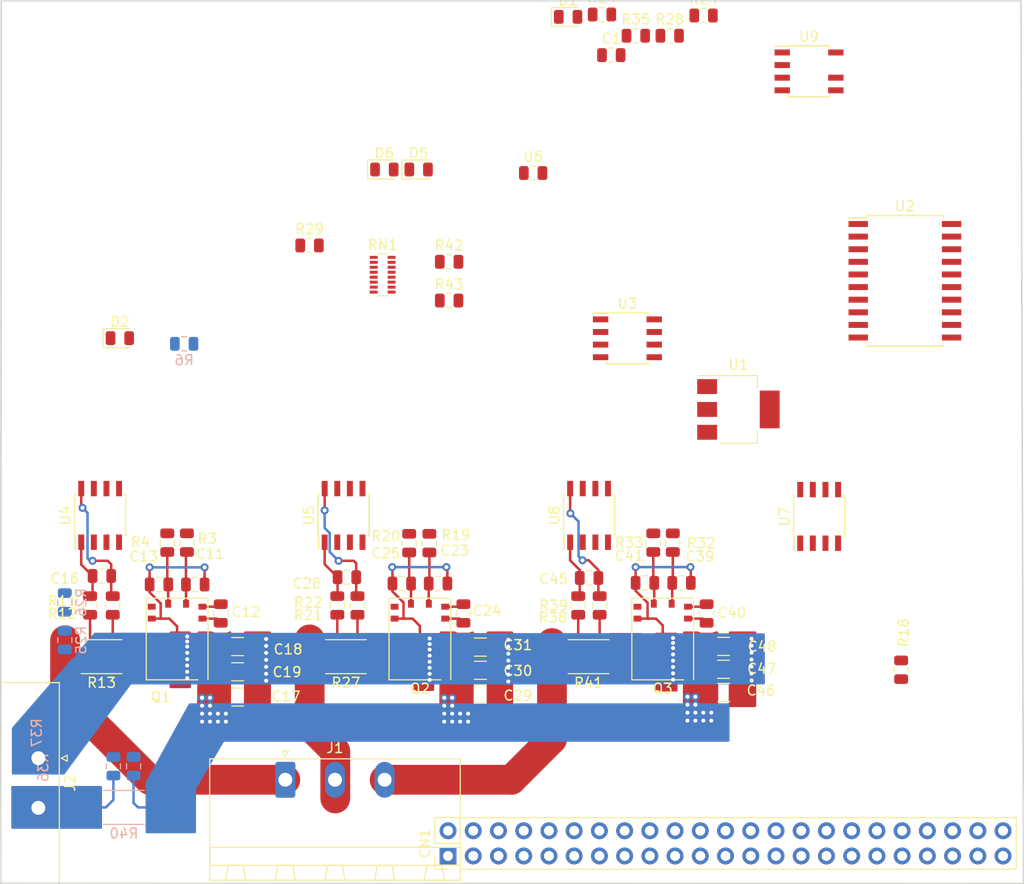
<source format=kicad_pcb>
(kicad_pcb (version 20171130) (host pcbnew "(5.0.2)-1")
  (layers (0 F.Cu signal hide) (31 B.Cu signal) (34 B.Paste user) (35 F.Paste user) (36 B.SilkS user) (37 F.SilkS user) (38 B.Mask user) (39 F.Mask user) (44 Edge.Cuts user))
  (net 0 "")
  (net 1 +3V3)
  (net 2 GNDA)
  (net 3 I_bus)
  (net 4 Phase_CH)
  (net 5 Phase_AL)
  (net 6 Phase_BL)
  (net 7 Phase_CL)
  (net 8 Phase_AH)
  (net 9 Phase_BH)
  (net 10 BK)
  (net 11 +5V)
  (net 12 I_A)
  (net 13 I_B)
  (net 14 V_BUS)
  (net 15 I_C)
  (net 16 DIR)
  (net 17 Phase_VC)
  (net 18 Phase_VB)
  (net 19 Phase_VA)
  (net 20 "Net-(D1-Pad2)")
  (net 21 GND)
  (net 22 "Net-(D2-Pad2)")
  (net 23 "Net-(D3-Pad2)")
  (net 24 "Net-(D4-Pad2)")
  (net 25 "Net-(D5-Pad2)")
  (net 26 "Net-(D6-Pad2)")
  (net 27 Phase_A)
  (net 28 Phase_B)
  (net 29 Phase_C)
  (net 30 VBUS)
  (net 31 "Net-(Q1-Pad8)")
  (net 32 "Net-(Q2-Pad8)")
  (net 33 "Net-(Q3-Pad8)")
  (net 34 "Net-(R2-Pad1)")
  (net 35 AH)
  (net 36 AL)
  (net 37 BH)
  (net 38 BL)
  (net 39 CH)
  (net 40 CL)
  (net 41 "Net-(C6-Pad1)")
  (net 42 "Net-(C11-Pad1)")
  (net 43 "Net-(C12-Pad1)")
  (net 44 "Net-(C12-Pad2)")
  (net 45 "Net-(C13-Pad1)")
  (net 46 "Net-(C16-Pad2)")
  (net 47 "Net-(C16-Pad1)")
  (net 48 "Net-(C23-Pad1)")
  (net 49 "Net-(C24-Pad2)")
  (net 50 "Net-(C24-Pad1)")
  (net 51 "Net-(C25-Pad1)")
  (net 52 "Net-(C28-Pad1)")
  (net 53 "Net-(C28-Pad2)")
  (net 54 "Net-(C39-Pad1)")
  (net 55 "Net-(C40-Pad1)")
  (net 56 "Net-(C40-Pad2)")
  (net 57 "Net-(C41-Pad1)")
  (net 58 "Net-(C44-Pad2)")
  (net 59 "Net-(C44-Pad1)")
  (net 60 "Net-(C45-Pad1)")
  (net 61 "Net-(C45-Pad2)")
  (net 62 "Net-(CN2-Pad2)")
  (net 63 "Net-(CN2-Pad4)")
  (net 64 "Net-(CN2-Pad6)")
  (net 65 "Net-(CN2-Pad10)")
  (net 66 "Net-(CN2-Pad12)")
  (net 67 "Net-(R14-Pad2)")
  (net 68 "Net-(R18-Pad1)")
  (net 69 "Net-(R28-Pad1)")
  (net 70 "Net-(R29-Pad1)")
  (net 71 "Net-(R34-Pad1)")
  (net 72 "Net-(R42-Pad2)")
  (net 73 "Net-(CN1-Pad37)")
  (net 74 "Net-(CN1-Pad31)")
  (net 75 "Net-(CN1-Pad29)")
  (net 76 "Net-(CN1-Pad27)")
  (net 77 "Net-(CN1-Pad26)")
  (net 78 "Net-(CN1-Pad25)")
  (net 79 "Net-(CN1-Pad24)")
  (net 80 "Net-(CN1-Pad23)")
  (net 81 "Net-(CN1-Pad22)")
  (net 82 "Net-(CN1-Pad21)")
  (net 83 "Net-(CN1-Pad20)")
  (net 84 "Net-(CN1-Pad19)")
  (net 85 "Net-(CN1-Pad18)")
  (net 86 "Net-(CN1-Pad17)")
  (net 87 "Net-(CN1-Pad16)")
  (net 88 "Net-(CN1-Pad15)")
  (net 89 "Net-(CN1-Pad14)")
  (net 90 "Net-(CN1-Pad13)")
  (net 91 "Net-(CN1-Pad12)")
  (net 92 "Net-(CN1-Pad11)")
  (net 93 "Net-(CN1-Pad10)")
  (net 94 "Net-(CN1-Pad9)")
  (net 95 "Net-(CN1-Pad8)")
  (net 96 "Net-(CN1-Pad7)")
  (net 97 "Net-(CN1-Pad6)")
  (net 98 "Net-(CN1-Pad5)")
  (net 99 "Net-(CN1-Pad4)")
  (net 100 "Net-(CN1-Pad3)")
  (net 101 "Net-(CN1-Pad2)")
  (net 102 "Net-(CN1-Pad1)")
  (net 103 "Net-(CN2-Pad1)")
  (net 104 "Net-(CN2-Pad3)")
  (net 105 "Net-(CN2-Pad5)")
  (net 106 "Net-(CN2-Pad7)")
  (net 107 "Net-(CN2-Pad9)")
  (net 108 "Net-(CN2-Pad11)")
  (net 109 "Net-(CN2-Pad14)")
  (net 110 "Net-(CN2-Pad15)")
  (net 111 "Net-(CN2-Pad16)")
  (net 112 "Net-(CN2-Pad17)")
  (net 113 "Net-(CN2-Pad18)")
  (net 114 "Net-(CN2-Pad19)")
  (net 115 "Net-(CN2-Pad20)")
  (net 116 "Net-(CN2-Pad22)")
  (net 117 "Net-(CN2-Pad24)")
  (net 118 "Net-(CN2-Pad25)")
  (net 119 "Net-(CN2-Pad27)")
  (net 120 "Net-(CN2-Pad29)")
  (net 121 "Net-(CN2-Pad31)")
  (net 122 "Net-(CN2-Pad32)")
  (net 123 "Net-(CN2-Pad35)")
  (net 124 "Net-(CN2-Pad36)")
  (net 125 "Net-(CN2-Pad37)")
  (net 126 "Net-(CN2-Pad38)")
  (net 127 "Net-(J2-Pad2)")
  (net 128 "Net-(RN1-Pad8)")
  (net 129 "Net-(RN1-Pad7)")
  (net 130 "Net-(U2-Pad8)")
  (net 131 "Net-(U2-Pad9)")
  (net 132 "Net-(U2-Pad11)")
  (net 133 "Net-(U2-Pad12)")
  (net 134 "Net-(U3-Pad1)")
  (net 135 "Net-(U3-Pad3)")
  (net 136 "Net-(U3-Pad7)")
  (net 137 "Net-(U3-Pad8)")
  (net 138 "Net-(U9-Pad5)")
  (net 139 "Net-(U9-Pad6)")
  (module Capacitor_SMD:C_0805_2012Metric (layer F.Cu) (at 106.583001 71.007001)
    (fp_text reference C1 (at 0 -1.65) (layer F.SilkS))
    (fp_text value CAP)
    (pad 2 smd roundrect (at 0.9375 0) (size 0.975 1.4) (layers F.Cu F.Paste F.Mask) (net 21 GND))
    (pad 1 smd roundrect (at -0.9375 0) (size 0.975 1.4) (layers F.Cu F.Paste F.Mask) (net 11 +5V))
  )
  (module LED_SMD:LED_0805_2012Metric (layer F.Cu) (at 102.233001 67.152001)
    (fp_text reference D1 (at 0 -1.65) (layer F.SilkS))
    (fp_text value LED_Power)
    (pad 2 smd roundrect (at 0.9375 0) (size 0.975 1.4) (layers F.Cu F.Paste F.Mask) (net 20 "Net-(D1-Pad2)"))
    (pad 1 smd roundrect (at -0.9375 0) (size 0.975 1.4) (layers F.Cu F.Paste F.Mask) (net 21 GND))
  )
  (module LED_SMD:LED_0805_2012Metric (layer F.Cu) (at 57.1015 99.5045)
    (fp_text reference D2 (at 0 -1.65) (layer F.SilkS))
    (fp_text value LED_INV)
    (pad 1 smd roundrect (at -0.9375 0) (size 0.975 1.4) (layers F.Cu F.Paste F.Mask) (net 62 "Net-(CN2-Pad2)"))
    (pad 2 smd roundrect (at 0.9375 0) (size 0.975 1.4) (layers F.Cu F.Paste F.Mask) (net 22 "Net-(D2-Pad2)"))
  )
  (module LED_SMD:LED_0805_2012Metric (layer F.Cu) (at 113.373001 63.072001)
    (fp_text reference D3 (at 0 -1.65) (layer F.SilkS))
    (fp_text value LED_PFC)
    (pad 2 smd roundrect (at 0.9375 0) (size 0.975 1.4) (layers F.Cu F.Paste F.Mask) (net 23 "Net-(D3-Pad2)"))
    (pad 1 smd roundrect (at -0.9375 0) (size 0.975 1.4) (layers F.Cu F.Paste F.Mask) (net 63 "Net-(CN2-Pad4)"))
  )
  (module LED_SMD:LED_0805_2012Metric (layer F.Cu) (at 109.923001 63.072001)
    (fp_text reference D4 (at 0 -1.65) (layer F.SilkS))
    (fp_text value LED_IV)
    (pad 1 smd roundrect (at -0.9375 0) (size 0.975 1.4) (layers F.Cu F.Paste F.Mask) (net 64 "Net-(CN2-Pad6)"))
    (pad 2 smd roundrect (at 0.9375 0) (size 0.975 1.4) (layers F.Cu F.Paste F.Mask) (net 24 "Net-(D4-Pad2)"))
  )
  (module LED_SMD:LED_0805_2012Metric (layer F.Cu) (at 87.183001 82.522001)
    (fp_text reference D5 (at 0 -1.65) (layer F.SilkS))
    (fp_text value LED_OUT)
    (pad 2 smd roundrect (at 0.9375 0) (size 0.975 1.4) (layers F.Cu F.Paste F.Mask) (net 25 "Net-(D5-Pad2)"))
    (pad 1 smd roundrect (at -0.9375 0) (size 0.975 1.4) (layers F.Cu F.Paste F.Mask) (net 65 "Net-(CN2-Pad10)"))
  )
  (module LED_SMD:LED_0805_2012Metric (layer F.Cu) (at 83.733001 82.522001)
    (fp_text reference D6 (at 0 -1.65) (layer F.SilkS))
    (fp_text value LED_Hart)
    (pad 1 smd roundrect (at -0.9375 0) (size 0.975 1.4) (layers F.Cu F.Paste F.Mask) (net 66 "Net-(CN2-Pad12)"))
    (pad 2 smd roundrect (at 0.9375 0) (size 0.975 1.4) (layers F.Cu F.Paste F.Mask) (net 26 "Net-(D6-Pad2)"))
  )
  (module Package_TO_SOT_SMD:SOT-23 (layer F.Cu) (at 32.258 98.7425)
    (fp_text reference D7 (at 0 -2.5) (layer F.SilkS))
    (fp_text value BAT54S)
    (pad 3 smd rect (at 1 0) (size 0.9 0.8) (layers F.Cu F.Paste F.Mask) (net 17 Phase_VC))
    (pad 2 smd rect (at -1 0.95) (size 0.9 0.8) (layers F.Cu F.Paste F.Mask) (net 1 +3V3))
    (pad 1 smd rect (at -1 -0.95) (size 0.9 0.8) (layers F.Cu F.Paste F.Mask) (net 21 GND))
  )
  (module Package_TO_SOT_SMD:SOT-23 (layer F.Cu) (at 34.6075 110.0455)
    (fp_text reference D8 (at 0 -2.5) (layer F.SilkS))
    (fp_text value BAT54S)
    (pad 1 smd rect (at -1 -0.95) (size 0.9 0.8) (layers F.Cu F.Paste F.Mask) (net 21 GND))
    (pad 2 smd rect (at -1 0.95) (size 0.9 0.8) (layers F.Cu F.Paste F.Mask) (net 1 +3V3))
    (pad 3 smd rect (at 1 0) (size 0.9 0.8) (layers F.Cu F.Paste F.Mask) (net 19 Phase_VA))
  )
  (module Package_TO_SOT_SMD:SOT-23 (layer F.Cu) (at 172.7995 64.008)
    (fp_text reference D9 (at 0 -2.5) (layer F.SilkS))
    (fp_text value BAT54S)
    (pad 1 smd rect (at -1 -0.95) (size 0.9 0.8) (layers F.Cu F.Paste F.Mask) (net 21 GND))
    (pad 2 smd rect (at -1 0.95) (size 0.9 0.8) (layers F.Cu F.Paste F.Mask) (net 1 +3V3))
    (pad 3 smd rect (at 1 0) (size 0.9 0.8) (layers F.Cu F.Paste F.Mask) (net 18 Phase_VB))
  )
  (module Connector_Phoenix_MSTB:PhoenixContact_MSTB_2,5_3-GF_1x03_P5.00mm_Horizontal_ThreadedFlange (layer F.Cu) (at 73.7616 143.9672)
    (fp_text reference J1 (at 5 -3.2) (layer F.SilkS))
    (fp_text value Conn_01x03_Male)
    (pad 1 thru_hole roundrect (at 0 0) (size 2 3.6) (drill 1.4) (layers *.Cu *.Mask) (roundrect_rratio 0.125) (net 27 Phase_A))
    (pad 2 thru_hole oval (at 5 0) (size 2 3.6) (drill 1.4) (layers *.Cu *.Mask) (net 28 Phase_B))
    (pad 3 thru_hole oval (at 10 0) (size 2 3.6) (drill 1.4) (layers *.Cu *.Mask) (net 29 Phase_C))
  )
  (module Connector_Phoenix_MSTB:PhoenixContact_MSTB_2,5_2-GF_1x02_P5.00mm_Horizontal_ThreadedFlange (layer F.Cu) (at 48.895 141.7955 270)
    (fp_text reference J2 (at 2.5 -3.2 270) (layer F.SilkS))
    (fp_text value Conn_01x02_Male)
    (pad 1 thru_hole roundrect (at 0 0 270) (size 2 3.6) (drill 1.4) (layers *.Cu *.Mask) (roundrect_rratio 0.125) (net 2 GNDA))
    (pad 2 thru_hole oval (at 5 0 270) (size 2 3.6) (drill 1.4) (layers *.Cu *.Mask) (net 127 "Net-(J2-Pad2)"))
  )
  (module Package_DFN_QFN:Texas_MOF0009A (layer F.Cu) (at 62.865 129.794 180)
    (fp_text reference Q1 (at 1.651 -5.842 180) (layer F.SilkS))
    (fp_text value LMG5200)
    (pad 1 smd roundrect (at -2.55 -1.7775 180) (size 0.8 4.35) (layers F.Cu F.Mask) (roundrect_rratio 0.063) (net 30 VBUS))
    (pad 8 smd roundrect (at 2.55 -1.7775 180) (size 0.8 4.35) (layers F.Cu F.Mask) (roundrect_rratio 0.063) (net 31 "Net-(Q1-Pad8)"))
    (pad 9 smd roundrect (at 0 -1.7775 180) (size 1.15 4.35) (layers F.Cu F.Mask) (roundrect_rratio 0.044) (net 2 GNDA))
    (pad 2 smd roundrect (at -2.55 2.0525 180) (size 0.8 0.6) (layers F.Cu F.Paste F.Mask) (roundrect_rratio 0.08400000000000001) (net 43 "Net-(C12-Pad1)"))
    (pad 3 smd roundrect (at -2.55 3.2525 180) (size 0.8 0.6) (layers F.Cu F.Paste F.Mask) (roundrect_rratio 0.08400000000000001) (net 44 "Net-(C12-Pad2)"))
    (pad 7 smd roundrect (at 2.55 2.0525 180) (size 0.8 0.6) (layers F.Cu F.Paste F.Mask) (roundrect_rratio 0.08400000000000001) (net 2 GNDA))
    (pad 6 smd roundrect (at 2.55 3.2525 180) (size 0.8 0.6) (layers F.Cu F.Paste F.Mask) (roundrect_rratio 0.08400000000000001) (net 11 +5V))
    (pad 4 smd roundrect (at -0.9 3.5525 180) (size 0.6 0.8) (layers F.Cu F.Paste F.Mask) (roundrect_rratio 0.08400000000000001) (net 42 "Net-(C11-Pad1)"))
    (pad 5 smd roundrect (at 0.9 3.5525 180) (size 0.6 0.8) (layers F.Cu F.Paste F.Mask) (roundrect_rratio 0.08400000000000001) (net 45 "Net-(C13-Pad1)"))
  )
  (module Package_DFN_QFN:Texas_MOF0009A (layer F.Cu) (at 87.3125 129.794 180)
    (fp_text reference Q2 (at 0 -5 180) (layer F.SilkS))
    (fp_text value LMG5200)
    (pad 1 smd roundrect (at -2.55 -1.7775 180) (size 0.8 4.35) (layers F.Cu F.Mask) (roundrect_rratio 0.063) (net 30 VBUS))
    (pad 8 smd roundrect (at 2.55 -1.7775 180) (size 0.8 4.35) (layers F.Cu F.Mask) (roundrect_rratio 0.063) (net 32 "Net-(Q2-Pad8)"))
    (pad 9 smd roundrect (at 0 -1.7775 180) (size 1.15 4.35) (layers F.Cu F.Mask) (roundrect_rratio 0.044) (net 2 GNDA))
    (pad 2 smd roundrect (at -2.55 2.0525 180) (size 0.8 0.6) (layers F.Cu F.Paste F.Mask) (roundrect_rratio 0.08400000000000001) (net 50 "Net-(C24-Pad1)"))
    (pad 3 smd roundrect (at -2.55 3.2525 180) (size 0.8 0.6) (layers F.Cu F.Paste F.Mask) (roundrect_rratio 0.08400000000000001) (net 49 "Net-(C24-Pad2)"))
    (pad 7 smd roundrect (at 2.55 2.0525 180) (size 0.8 0.6) (layers F.Cu F.Paste F.Mask) (roundrect_rratio 0.08400000000000001) (net 2 GNDA))
    (pad 6 smd roundrect (at 2.55 3.2525 180) (size 0.8 0.6) (layers F.Cu F.Paste F.Mask) (roundrect_rratio 0.08400000000000001) (net 11 +5V))
    (pad 4 smd roundrect (at -0.9 3.5525 180) (size 0.6 0.8) (layers F.Cu F.Paste F.Mask) (roundrect_rratio 0.08400000000000001) (net 48 "Net-(C23-Pad1)"))
    (pad 5 smd roundrect (at 0.9 3.5525 180) (size 0.6 0.8) (layers F.Cu F.Paste F.Mask) (roundrect_rratio 0.08400000000000001) (net 51 "Net-(C25-Pad1)"))
  )
  (module Package_DFN_QFN:Texas_MOF0009A (layer F.Cu) (at 111.76 129.794 180)
    (fp_text reference Q3 (at 0 -5 180) (layer F.SilkS))
    (fp_text value LMG5200)
    (pad 5 smd roundrect (at 0.9 3.5525 180) (size 0.6 0.8) (layers F.Cu F.Paste F.Mask) (roundrect_rratio 0.08400000000000001) (net 57 "Net-(C41-Pad1)"))
    (pad 4 smd roundrect (at -0.9 3.5525 180) (size 0.6 0.8) (layers F.Cu F.Paste F.Mask) (roundrect_rratio 0.08400000000000001) (net 54 "Net-(C39-Pad1)"))
    (pad 6 smd roundrect (at 2.55 3.2525 180) (size 0.8 0.6) (layers F.Cu F.Paste F.Mask) (roundrect_rratio 0.08400000000000001) (net 11 +5V))
    (pad 7 smd roundrect (at 2.55 2.0525 180) (size 0.8 0.6) (layers F.Cu F.Paste F.Mask) (roundrect_rratio 0.08400000000000001) (net 2 GNDA))
    (pad 3 smd roundrect (at -2.55 3.2525 180) (size 0.8 0.6) (layers F.Cu F.Paste F.Mask) (roundrect_rratio 0.08400000000000001) (net 56 "Net-(C40-Pad2)"))
    (pad 2 smd roundrect (at -2.55 2.0525 180) (size 0.8 0.6) (layers F.Cu F.Paste F.Mask) (roundrect_rratio 0.08400000000000001) (net 55 "Net-(C40-Pad1)"))
    (pad 9 smd roundrect (at 0 -1.7775 180) (size 1.15 4.35) (layers F.Cu F.Mask) (roundrect_rratio 0.044) (net 2 GNDA))
    (pad 8 smd roundrect (at 2.55 -1.7775 180) (size 0.8 4.35) (layers F.Cu F.Mask) (roundrect_rratio 0.063) (net 33 "Net-(Q3-Pad8)"))
    (pad 1 smd roundrect (at -2.55 -1.7775 180) (size 0.8 4.35) (layers F.Cu F.Mask) (roundrect_rratio 0.063) (net 30 VBUS))
  )
  (module Resistor_SMD:R_0805_2012Metric (layer F.Cu) (at 134.9987 62.484)
    (fp_text reference R1 (at 0 -1.65) (layer F.SilkS))
    (fp_text value R)
    (pad 1 smd roundrect (at -0.9375 0) (size 0.975 1.4) (layers F.Cu F.Paste F.Mask) (net 16 DIR))
    (pad 2 smd roundrect (at 0.9375 0) (size 0.975 1.4) (layers F.Cu F.Paste F.Mask) (net 1 +3V3))
  )
  (module Resistor_SMD:R_0805_2012Metric (layer F.Cu) (at 121.003001 56.427001)
    (fp_text reference R2 (at 0 -1.65) (layer F.SilkS))
    (fp_text value R)
    (pad 2 smd roundrect (at 0.9375 0) (size 0.975 1.4) (layers F.Cu F.Paste F.Mask) (net 12 I_A))
    (pad 1 smd roundrect (at -0.9375 0) (size 0.975 1.4) (layers F.Cu F.Paste F.Mask) (net 34 "Net-(R2-Pad1)"))
  )
  (module Resistor_SMD:R_0805_2012Metric (layer F.Cu) (at 63.8556 120.0935 90)
    (fp_text reference R3 (at 0.396 2.0574 180) (layer F.SilkS))
    (fp_text value R)
    (pad 2 smd roundrect (at 0.9375 0 90) (size 0.975 1.4) (layers F.Cu F.Paste F.Mask) (net 35 AH))
    (pad 1 smd roundrect (at -0.9375 0 90) (size 0.975 1.4) (layers F.Cu F.Paste F.Mask) (net 42 "Net-(C11-Pad1)"))
  )
  (module Resistor_SMD:R_0805_2012Metric (layer F.Cu) (at 61.8744 120.0935 90)
    (fp_text reference R4 (at 0.0785 -2.6924 180) (layer F.SilkS))
    (fp_text value R)
    (pad 1 smd roundrect (at -0.9375 0 90) (size 0.975 1.4) (layers F.Cu F.Paste F.Mask) (net 45 "Net-(C13-Pad1)"))
    (pad 2 smd roundrect (at 0.9375 0 90) (size 0.975 1.4) (layers F.Cu F.Paste F.Mask) (net 36 AL))
  )
  (module Resistor_SMD:R_0805_2012Metric (layer F.Cu) (at 130.793001 40.987001)
    (fp_text reference R5 (at 0 -1.65) (layer F.SilkS))
    (fp_text value R)
    (pad 2 smd roundrect (at 0.9375 0) (size 0.975 1.4) (layers F.Cu F.Paste F.Mask) (net 20 "Net-(D1-Pad2)"))
    (pad 1 smd roundrect (at -0.9375 0) (size 0.975 1.4) (layers F.Cu F.Paste F.Mask) (net 1 +3V3))
  )
  (module Resistor_SMD:R_0805_2012Metric (layer B.Cu) (at 63.5785 100.076)
    (fp_text reference R6 (at 0 1.65) (layer B.SilkS) (effects (justify mirror)))
    (fp_text value R)
    (pad 1 smd roundrect (at -0.9375 0) (size 0.975 1.4) (layers B.Cu B.Paste B.Mask) (net 1 +3V3))
    (pad 2 smd roundrect (at 0.9375 0) (size 0.975 1.4) (layers B.Cu B.Paste B.Mask) (net 22 "Net-(D2-Pad2)"))
  )
  (module Resistor_SMD:R_0805_2012Metric (layer F.Cu) (at 130.793001 44.887001)
    (fp_text reference R7 (at 0 -1.65) (layer F.SilkS))
    (fp_text value R)
    (pad 1 smd roundrect (at -0.9375 0) (size 0.975 1.4) (layers F.Cu F.Paste F.Mask) (net 1 +3V3))
    (pad 2 smd roundrect (at 0.9375 0) (size 0.975 1.4) (layers F.Cu F.Paste F.Mask) (net 23 "Net-(D3-Pad2)"))
  )
  (module Resistor_SMD:R_0805_2012Metric (layer F.Cu) (at 121.003001 54.477001)
    (fp_text reference R8 (at 0 -1.65) (layer F.SilkS))
    (fp_text value R)
    (pad 2 smd roundrect (at 0.9375 0) (size 0.975 1.4) (layers F.Cu F.Paste F.Mask) (net 24 "Net-(D4-Pad2)"))
    (pad 1 smd roundrect (at -0.9375 0) (size 0.975 1.4) (layers F.Cu F.Paste F.Mask) (net 1 +3V3))
  )
  (module Resistor_SMD:R_0805_2012Metric (layer F.Cu) (at 144.433001 40.987001)
    (fp_text reference R9 (at 0 -1.65) (layer F.SilkS))
    (fp_text value R)
    (pad 2 smd roundrect (at 0.9375 0) (size 0.975 1.4) (layers F.Cu F.Paste F.Mask) (net 25 "Net-(D5-Pad2)"))
    (pad 1 smd roundrect (at -0.9375 0) (size 0.975 1.4) (layers F.Cu F.Paste F.Mask) (net 1 +3V3))
  )
  (module Resistor_SMD:R_0805_2012Metric (layer F.Cu) (at 127.823001 56.427001)
    (fp_text reference R10 (at 0 -1.65) (layer F.SilkS))
    (fp_text value R)
    (pad 2 smd roundrect (at 0.9375 0) (size 0.975 1.4) (layers F.Cu F.Paste F.Mask) (net 26 "Net-(D6-Pad2)"))
    (pad 1 smd roundrect (at -0.9375 0) (size 0.975 1.4) (layers F.Cu F.Paste F.Mask) (net 1 +3V3))
  )
  (module Resistor_SMD:R_0805_2012Metric (layer F.Cu) (at 56.388 126.4135 90)
    (fp_text reference R11 (at 0.4295 -5.08) (layer F.SilkS))
    (fp_text value R)
    (pad 1 smd roundrect (at -0.9375 0 90) (size 0.975 1.4) (layers F.Cu F.Paste F.Mask) (net 31 "Net-(Q1-Pad8)"))
    (pad 2 smd roundrect (at 0.9375 0 90) (size 0.975 1.4) (layers F.Cu F.Paste F.Mask) (net 47 "Net-(C16-Pad1)"))
  )
  (module Resistor_SMD:R_0805_2012Metric (layer F.Cu) (at 54.102 126.4135 90)
    (fp_text reference R12 (at -0.8405 -2.794) (layer F.SilkS))
    (fp_text value R)
    (pad 1 smd roundrect (at -0.9375 0 90) (size 0.975 1.4) (layers F.Cu F.Paste F.Mask) (net 27 Phase_A))
    (pad 2 smd roundrect (at 0.9375 0 90) (size 0.975 1.4) (layers F.Cu F.Paste F.Mask) (net 46 "Net-(C16-Pad2)"))
  )
  (module Resistor_SMD:R_2512_6332Metric (layer F.Cu) (at 55.266 131.572 180)
    (fp_text reference R13 (at 0 -2.62 180) (layer F.SilkS))
    (fp_text value R)
    (pad 1 smd roundrect (at -2.9 0 180) (size 1.35 3.35) (layers F.Cu F.Paste F.Mask) (roundrect_rratio 0.185185) (net 31 "Net-(Q1-Pad8)"))
    (pad 2 smd roundrect (at 2.9 0 180) (size 1.35 3.35) (layers F.Cu F.Paste F.Mask) (roundrect_rratio 0.185185) (net 27 Phase_A))
  )
  (module Resistor_SMD:R_0805_2012Metric (layer F.Cu) (at 105.643001 66.917001)
    (fp_text reference R14 (at 0 -1.65) (layer F.SilkS))
    (fp_text value R)
    (pad 1 smd roundrect (at -0.9375 0) (size 0.975 1.4) (layers F.Cu F.Paste F.Mask) (net 30 VBUS))
    (pad 2 smd roundrect (at 0.9375 0) (size 0.975 1.4) (layers F.Cu F.Paste F.Mask) (net 67 "Net-(R14-Pad2)"))
  )
  (module Resistor_SMD:R_0805_2012Metric (layer F.Cu) (at 130.793001 42.937001)
    (fp_text reference R15 (at 0 -1.65) (layer F.SilkS))
    (fp_text value R)
    (pad 1 smd roundrect (at -0.9375 0) (size 0.975 1.4) (layers F.Cu F.Paste F.Mask) (net 67 "Net-(R14-Pad2)"))
    (pad 2 smd roundrect (at 0.9375 0) (size 0.975 1.4) (layers F.Cu F.Paste F.Mask) (net 2 GNDA))
  )
  (module Resistor_SMD:R_0805_2012Metric (layer F.Cu) (at 134.203001 40.987001)
    (fp_text reference R16 (at 0 -1.65) (layer F.SilkS))
    (fp_text value R)
    (pad 2 smd roundrect (at 0.9375 0) (size 0.975 1.4) (layers F.Cu F.Paste F.Mask) (net 67 "Net-(R14-Pad2)"))
    (pad 1 smd roundrect (at -0.9375 0) (size 0.975 1.4) (layers F.Cu F.Paste F.Mask) (net 14 V_BUS))
  )
  (module Resistor_SMD:R_0805_2012Metric (layer F.Cu) (at 117.593001 54.477001)
    (fp_text reference R17 (at 0 -1.65) (layer F.SilkS))
    (fp_text value R)
    (pad 1 smd roundrect (at -0.9375 0) (size 0.975 1.4) (layers F.Cu F.Paste F.Mask) (net 2 GNDA))
    (pad 2 smd roundrect (at 0.9375 0) (size 0.975 1.4) (layers F.Cu F.Paste F.Mask) (net 21 GND))
  )
  (module Resistor_SMD:R_0805_2012Metric (layer F.Cu) (at 135.763 132.8905 90)
    (fp_text reference R18 (at 3.7315 0.254 90) (layer F.SilkS))
    (fp_text value R)
    (pad 1 smd roundrect (at -0.9375 0 90) (size 0.975 1.4) (layers F.Cu F.Paste F.Mask) (net 68 "Net-(R18-Pad1)"))
    (pad 2 smd roundrect (at 0.9375 0 90) (size 0.975 1.4) (layers F.Cu F.Paste F.Mask) (net 13 I_B))
  )
  (module Resistor_SMD:R_0805_2012Metric (layer F.Cu) (at 88.265 120.142 90)
    (fp_text reference R19 (at 0.8255 2.667 180) (layer F.SilkS))
    (fp_text value R)
    (pad 2 smd roundrect (at 0.9375 0 90) (size 0.975 1.4) (layers F.Cu F.Paste F.Mask) (net 37 BH))
    (pad 1 smd roundrect (at -0.9375 0 90) (size 0.975 1.4) (layers F.Cu F.Paste F.Mask) (net 48 "Net-(C23-Pad1)"))
  )
  (module Resistor_SMD:R_0805_2012Metric (layer F.Cu) (at 81.026 126.4135 90)
    (fp_text reference R21 (at -0.9675 -4.953 180) (layer F.SilkS))
    (fp_text value R)
    (pad 1 smd roundrect (at -0.9375 0 90) (size 0.975 1.4) (layers F.Cu F.Paste F.Mask) (net 32 "Net-(Q2-Pad8)"))
    (pad 2 smd roundrect (at 0.9375 0 90) (size 0.975 1.4) (layers F.Cu F.Paste F.Mask) (net 52 "Net-(C28-Pad1)"))
  )
  (module Resistor_SMD:R_0805_2012Metric (layer F.Cu) (at 78.994 126.4135 90)
    (fp_text reference R22 (at 0.3025 -2.921 180) (layer F.SilkS))
    (fp_text value R)
    (pad 1 smd roundrect (at -0.9375 0 90) (size 0.975 1.4) (layers F.Cu F.Paste F.Mask) (net 28 Phase_B))
    (pad 2 smd roundrect (at 0.9375 0 90) (size 0.975 1.4) (layers F.Cu F.Paste F.Mask) (net 53 "Net-(C28-Pad2)"))
  )
  (module Resistor_SMD:R_0805_2012Metric (layer F.Cu) (at 134.203001 46.837001)
    (fp_text reference R23 (at 0 -1.65) (layer F.SilkS))
    (fp_text value R)
    (pad 2 smd roundrect (at 0.9375 0) (size 0.975 1.4) (layers F.Cu F.Paste F.Mask) (net 17 Phase_VC))
    (pad 1 smd roundrect (at -0.9375 0) (size 0.975 1.4) (layers F.Cu F.Paste F.Mask) (net 29 Phase_C))
  )
  (module Resistor_SMD:R_0805_2012Metric (layer F.Cu) (at 115.873001 67.017001)
    (fp_text reference R24 (at 0 -1.65) (layer F.SilkS))
    (fp_text value R)
    (pad 2 smd roundrect (at 0.9375 0) (size 0.975 1.4) (layers F.Cu F.Paste F.Mask) (net 21 GND))
    (pad 1 smd roundrect (at -0.9375 0) (size 0.975 1.4) (layers F.Cu F.Paste F.Mask) (net 17 Phase_VC))
  )
  (module Resistor_SMD:R_0805_2012Metric (layer B.Cu) (at 51.562 129.906 90)
    (fp_text reference R25 (at 0 1.65 90) (layer B.SilkS) (effects (justify mirror)))
    (fp_text value R)
    (pad 1 smd roundrect (at -0.9375 0 90) (size 0.975 1.4) (layers B.Cu B.Paste B.Mask) (net 27 Phase_A))
    (pad 2 smd roundrect (at 0.9375 0 90) (size 0.975 1.4) (layers B.Cu B.Paste B.Mask) (net 19 Phase_VA))
  )
  (module Resistor_SMD:R_0805_2012Metric (layer F.Cu) (at 112.463001 69.057001)
    (fp_text reference R28 (at 0 -1.65) (layer F.SilkS))
    (fp_text value R)
    (pad 1 smd roundrect (at -0.9375 0) (size 0.975 1.4) (layers F.Cu F.Paste F.Mask) (net 69 "Net-(R28-Pad1)"))
    (pad 2 smd roundrect (at 0.9375 0) (size 0.975 1.4) (layers F.Cu F.Paste F.Mask) (net 3 I_bus))
  )
  (module Resistor_SMD:R_0805_2012Metric (layer F.Cu) (at 76.2 90.17)
    (fp_text reference R29 (at 0 -1.65) (layer F.SilkS))
    (fp_text value R)
    (pad 2 smd roundrect (at 0.9375 0) (size 0.975 1.4) (layers F.Cu F.Paste F.Mask) (net 15 I_C))
    (pad 1 smd roundrect (at -0.9375 0) (size 0.975 1.4) (layers F.Cu F.Paste F.Mask) (net 70 "Net-(R29-Pad1)"))
  )
  (module Resistor_SMD:R_0805_2012Metric (layer F.Cu) (at 124.413001 54.477001)
    (fp_text reference R30 (at 0 -1.65) (layer F.SilkS))
    (fp_text value R)
    (pad 2 smd roundrect (at 0.9375 0) (size 0.975 1.4) (layers F.Cu F.Paste F.Mask) (net 18 Phase_VB))
    (pad 1 smd roundrect (at -0.9375 0) (size 0.975 1.4) (layers F.Cu F.Paste F.Mask) (net 28 Phase_B))
  )
  (module Resistor_SMD:R_0805_2012Metric (layer F.Cu) (at 130.793001 46.837001)
    (fp_text reference R31 (at 0 -1.65) (layer F.SilkS))
    (fp_text value R)
    (pad 2 smd roundrect (at 0.9375 0) (size 0.975 1.4) (layers F.Cu F.Paste F.Mask) (net 21 GND))
    (pad 1 smd roundrect (at -0.9375 0) (size 0.975 1.4) (layers F.Cu F.Paste F.Mask) (net 18 Phase_VB))
  )
  (module Resistor_SMD:R_0805_2012Metric (layer F.Cu) (at 112.776 120.0935 90)
    (fp_text reference R32 (at -0.0485 2.8575) (layer F.SilkS))
    (fp_text value R)
    (pad 1 smd roundrect (at -0.9375 0 90) (size 0.975 1.4) (layers F.Cu F.Paste F.Mask) (net 54 "Net-(C39-Pad1)"))
    (pad 2 smd roundrect (at 0.9375 0 90) (size 0.975 1.4) (layers F.Cu F.Paste F.Mask) (net 39 CH))
  )
  (module Resistor_SMD:R_0805_2012Metric (layer F.Cu) (at 110.8075 120.0935 90)
    (fp_text reference R33 (at 0 -2.413 180) (layer F.SilkS))
    (fp_text value R)
    (pad 2 smd roundrect (at 0.9375 0 90) (size 0.975 1.4) (layers F.Cu F.Paste F.Mask) (net 40 CL))
    (pad 1 smd roundrect (at -0.9375 0 90) (size 0.975 1.4) (layers F.Cu F.Paste F.Mask) (net 57 "Net-(C41-Pad1)"))
  )
  (module Resistor_SMD:R_0805_2012Metric (layer F.Cu) (at 121.003001 58.377001)
    (fp_text reference R34 (at 0 -1.65) (layer F.SilkS))
    (fp_text value R)
    (pad 2 smd roundrect (at 0.9375 0) (size 0.975 1.4) (layers F.Cu F.Paste F.Mask) (net 10 BK))
    (pad 1 smd roundrect (at -0.9375 0) (size 0.975 1.4) (layers F.Cu F.Paste F.Mask) (net 71 "Net-(R34-Pad1)"))
  )
  (module Resistor_SMD:R_0805_2012Metric (layer F.Cu) (at 109.053001 69.057001)
    (fp_text reference R35 (at 0 -1.65) (layer F.SilkS))
    (fp_text value R)
    (pad 1 smd roundrect (at -0.9375 0) (size 0.975 1.4) (layers F.Cu F.Paste F.Mask) (net 1 +3V3))
    (pad 2 smd roundrect (at 0.9375 0) (size 0.975 1.4) (layers F.Cu F.Paste F.Mask) (net 71 "Net-(R34-Pad1)"))
  )
  (module Resistor_SMD:R_0805_2012Metric (layer B.Cu) (at 56.4515 142.606 90)
    (fp_text reference R36 (at -0.1293 -7.0612 90) (layer B.SilkS) (effects (justify mirror)))
    (fp_text value R)
    (pad 2 smd roundrect (at 0.9375 0 90) (size 0.975 1.4) (layers B.Cu B.Paste B.Mask) (net 59 "Net-(C44-Pad1)"))
    (pad 1 smd roundrect (at -0.9375 0 90) (size 0.975 1.4) (layers B.Cu B.Paste B.Mask) (net 127 "Net-(J2-Pad2)"))
  )
  (module Resistor_SMD:R_0805_2012Metric (layer B.Cu) (at 58.4835 142.606 90)
    (fp_text reference R37 (at 3.3759 -9.7536 90) (layer B.SilkS) (effects (justify mirror)))
    (fp_text value R)
    (pad 2 smd roundrect (at 0.9375 0 90) (size 0.975 1.4) (layers B.Cu B.Paste B.Mask) (net 58 "Net-(C44-Pad2)"))
    (pad 1 smd roundrect (at -0.9375 0 90) (size 0.975 1.4) (layers B.Cu B.Paste B.Mask) (net 30 VBUS))
  )
  (module Resistor_SMD:R_0805_2012Metric (layer F.Cu) (at 105.41 126.4135 90)
    (fp_text reference R38 (at -1.2215 -4.699 180) (layer F.SilkS))
    (fp_text value R)
    (pad 1 smd roundrect (at -0.9375 0 90) (size 0.975 1.4) (layers F.Cu F.Paste F.Mask) (net 33 "Net-(Q3-Pad8)"))
    (pad 2 smd roundrect (at 0.9375 0 90) (size 0.975 1.4) (layers F.Cu F.Paste F.Mask) (net 60 "Net-(C45-Pad1)"))
  )
  (module Resistor_SMD:R_0805_2012Metric (layer F.Cu) (at 103.251 126.4135 90)
    (fp_text reference R39 (at -0.015 -2.4765 180) (layer F.SilkS))
    (fp_text value R)
    (pad 2 smd roundrect (at 0.9375 0 90) (size 0.975 1.4) (layers F.Cu F.Paste F.Mask) (net 61 "Net-(C45-Pad2)"))
    (pad 1 smd roundrect (at -0.9375 0 90) (size 0.975 1.4) (layers F.Cu F.Paste F.Mask) (net 29 Phase_C))
  )
  (module Resistor_SMD:R_2512_6332Metric (layer B.Cu) (at 57.5139 146.7485)
    (fp_text reference R40 (at 0 2.62) (layer B.SilkS) (effects (justify mirror)))
    (fp_text value R)
    (pad 2 smd roundrect (at 2.9 0) (size 1.35 3.35) (layers B.Cu B.Paste B.Mask) (roundrect_rratio 0.185185) (net 30 VBUS))
    (pad 1 smd roundrect (at -2.9 0) (size 1.35 3.35) (layers B.Cu B.Paste B.Mask) (roundrect_rratio 0.185185) (net 127 "Net-(J2-Pad2)"))
  )
  (module Resistor_SMD:R_0805_2012Metric (layer F.Cu) (at 90.253001 91.817001)
    (fp_text reference R42 (at 0 -1.65) (layer F.SilkS))
    (fp_text value R)
    (pad 1 smd roundrect (at -0.9375 0) (size 0.975 1.4) (layers F.Cu F.Paste F.Mask) (net 1 +3V3))
    (pad 2 smd roundrect (at 0.9375 0) (size 0.975 1.4) (layers F.Cu F.Paste F.Mask) (net 72 "Net-(R42-Pad2)"))
  )
  (module Resistor_SMD:R_0805_2012Metric (layer F.Cu) (at 90.253001 95.717001)
    (fp_text reference R43 (at 0 -1.65) (layer F.SilkS))
    (fp_text value R)
    (pad 1 smd roundrect (at -0.9375 0) (size 0.975 1.4) (layers F.Cu F.Paste F.Mask) (net 72 "Net-(R42-Pad2)"))
    (pad 2 smd roundrect (at 0.9375 0) (size 0.975 1.4) (layers F.Cu F.Paste F.Mask) (net 21 GND))
  )
  (module Resistor_SMD:R_Array_Convex_8x0602 (layer F.Cu) (at 83.563001 93.117001)
    (fp_text reference RN1 (at 0 -3) (layer F.SilkS))
    (fp_text value R_Pack08)
    (pad 1 smd rect (at -0.9 -1.75) (size 0.8 0.3) (layers F.Cu F.Paste F.Mask) (net 8 Phase_AH))
    (pad 16 smd rect (at 0.9 -1.75) (size 0.8 0.3) (layers F.Cu F.Paste F.Mask) (net 21 GND))
    (pad 8 smd rect (at -0.9 1.75) (size 0.8 0.3) (layers F.Cu F.Paste F.Mask) (net 128 "Net-(RN1-Pad8)"))
    (pad 9 smd rect (at 0.9 1.75) (size 0.8 0.3) (layers F.Cu F.Paste F.Mask) (net 21 GND))
    (pad 2 smd rect (at -0.9 -1.25) (size 0.8 0.3) (layers F.Cu F.Paste F.Mask) (net 5 Phase_AL))
    (pad 3 smd rect (at -0.9 -0.75) (size 0.8 0.3) (layers F.Cu F.Paste F.Mask) (net 9 Phase_BH))
    (pad 4 smd rect (at -0.9 -0.25) (size 0.8 0.3) (layers F.Cu F.Paste F.Mask) (net 6 Phase_BL))
    (pad 5 smd rect (at -0.9 0.25) (size 0.8 0.3) (layers F.Cu F.Paste F.Mask) (net 4 Phase_CH))
    (pad 6 smd rect (at -0.9 0.75) (size 0.8 0.3) (layers F.Cu F.Paste F.Mask) (net 7 Phase_CL))
    (pad 7 smd rect (at -0.9 1.25) (size 0.8 0.3) (layers F.Cu F.Paste F.Mask) (net 129 "Net-(RN1-Pad7)"))
    (pad 15 smd rect (at 0.9 -1.25) (size 0.8 0.3) (layers F.Cu F.Paste F.Mask) (net 21 GND))
    (pad 14 smd rect (at 0.9 -0.75) (size 0.8 0.3) (layers F.Cu F.Paste F.Mask) (net 21 GND))
    (pad 13 smd rect (at 0.9 -0.25) (size 0.8 0.3) (layers F.Cu F.Paste F.Mask) (net 21 GND))
    (pad 11 smd rect (at 0.9 0.75) (size 0.8 0.3) (layers F.Cu F.Paste F.Mask) (net 21 GND))
    (pad 12 smd rect (at 0.9 0.25) (size 0.8 0.3) (layers F.Cu F.Paste F.Mask) (net 21 GND))
    (pad 10 smd rect (at 0.9 1.25) (size 0.8 0.3) (layers F.Cu F.Paste F.Mask) (net 21 GND))
  )
  (module Capacitor_SMD:C_0805_2012Metric (layer F.Cu) (at 98.713001 82.877001)
    (fp_text reference U6 (at 0 -1.65) (layer F.SilkS))
    (fp_text value CAP)
    (pad 1 smd roundrect (at -0.9375 0) (size 0.975 1.4) (layers F.Cu F.Paste F.Mask) (net 3 I_bus))
    (pad 2 smd roundrect (at 0.9375 0) (size 0.975 1.4) (layers F.Cu F.Paste F.Mask) (net 21 GND))
  )
  (module Package_SO:SOIC-8_3.9x4.9mm_P1.27mm (layer F.Cu) (at 127.508 117.4496 90)
    (fp_text reference U7 (at 0 -3.5 90) (layer F.SilkS))
    (fp_text value INA240A2D)
    (pad 1 smd rect (at -2.7 -1.905 90) (size 1.55 0.6) (layers F.Cu F.Paste F.Mask) (net 58 "Net-(C44-Pad2)"))
    (pad 2 smd rect (at -2.7 -0.635 90) (size 1.55 0.6) (layers F.Cu F.Paste F.Mask) (net 21 GND))
    (pad 3 smd rect (at -2.7 0.635 90) (size 1.55 0.6) (layers F.Cu F.Paste F.Mask) (net 21 GND))
    (pad 4 smd rect (at -2.7 1.905 90) (size 1.55 0.6) (layers F.Cu F.Paste F.Mask) (net 21 GND))
    (pad 5 smd rect (at 2.7 1.905 90) (size 1.55 0.6) (layers F.Cu F.Paste F.Mask) (net 69 "Net-(R28-Pad1)"))
    (pad 6 smd rect (at 2.7 0.635 90) (size 1.55 0.6) (layers F.Cu F.Paste F.Mask) (net 1 +3V3))
    (pad 7 smd rect (at 2.7 -0.635 90) (size 1.55 0.6) (layers F.Cu F.Paste F.Mask) (net 1 +3V3))
    (pad 8 smd rect (at 2.7 -1.905 90) (size 1.55 0.6) (layers F.Cu F.Paste F.Mask) (net 59 "Net-(C44-Pad1)"))
  )
  (module Capacitor_SMD:C_0805_2012Metric (layer F.Cu) (at 44.45 170.434)
    (fp_text reference C2 (at 0 -1.65) (layer F.SilkS))
    (fp_text value CAP)
    (pad 2 smd roundrect (at 0.9375 0) (size 0.975 1.4) (layers F.Cu F.Paste F.Mask) (net 21 GND))
    (pad 1 smd roundrect (at -0.9375 0) (size 0.975 1.4) (layers F.Cu F.Paste F.Mask) (net 11 +5V))
  )
  (module Capacitor_SMD:C_0805_2012Metric (layer F.Cu) (at 82.47687 173.905001)
    (fp_text reference C3 (at 0 -1.65) (layer F.SilkS))
    (fp_text value CAP)
    (pad 1 smd roundrect (at -0.9375 0) (size 0.975 1.4) (layers F.Cu F.Paste F.Mask) (net 1 +3V3))
    (pad 2 smd roundrect (at 0.9375 0) (size 0.975 1.4) (layers F.Cu F.Paste F.Mask) (net 21 GND))
  )
  (module Capacitor_SMD:C_0805_2012Metric (layer F.Cu) (at 59.660748 173.905001)
    (fp_text reference C4 (at 0 -1.65) (layer F.SilkS))
    (fp_text value CAP)
    (pad 2 smd roundrect (at 0.9375 0) (size 0.975 1.4) (layers F.Cu F.Paste F.Mask) (net 21 GND))
    (pad 1 smd roundrect (at -0.9375 0) (size 0.975 1.4) (layers F.Cu F.Paste F.Mask) (net 1 +3V3))
  )
  (module Capacitor_SMD:C_0805_2012Metric (layer F.Cu) (at 120.6142 164.507001)
    (fp_text reference C5 (at 0 -1.65) (layer F.SilkS))
    (fp_text value CAP)
    (pad 1 smd roundrect (at -0.9375 0) (size 0.975 1.4) (layers F.Cu F.Paste F.Mask) (net 21 GND))
    (pad 2 smd roundrect (at 0.9375 0) (size 0.975 1.4) (layers F.Cu F.Paste F.Mask) (net 11 +5V))
  )
  (module Capacitor_SMD:C_0805_2012Metric (layer F.Cu) (at 124.9703 164.507001)
    (fp_text reference C6 (at 0 -1.65) (layer F.SilkS))
    (fp_text value CAP)
    (pad 1 smd roundrect (at -0.9375 0) (size 0.975 1.4) (layers F.Cu F.Paste F.Mask) (net 41 "Net-(C6-Pad1)"))
    (pad 2 smd roundrect (at 0.9375 0) (size 0.975 1.4) (layers F.Cu F.Paste F.Mask) (net 21 GND))
  )
  (module Capacitor_SMD:C_0805_2012Metric (layer F.Cu) (at 63.463435 173.905001)
    (fp_text reference C7 (at 0 -1.65) (layer F.SilkS))
    (fp_text value CAP)
    (pad 2 smd roundrect (at 0.9375 0) (size 0.975 1.4) (layers F.Cu F.Paste F.Mask) (net 21 GND))
    (pad 1 smd roundrect (at -0.9375 0) (size 0.975 1.4) (layers F.Cu F.Paste F.Mask) (net 1 +3V3))
  )
  (module Capacitor_SMD:C_0805_2012Metric (layer F.Cu) (at 124.306427 173.905001)
    (fp_text reference C8 (at 0 -1.65) (layer F.SilkS))
    (fp_text value C)
    (pad 2 smd roundrect (at 0.9375 0) (size 0.975 1.4) (layers F.Cu F.Paste F.Mask) (net 1 +3V3))
    (pad 1 smd roundrect (at -0.9375 0) (size 0.975 1.4) (layers F.Cu F.Paste F.Mask) (net 2 GNDA))
  )
  (module Capacitor_SMD:C_0805_2012Metric (layer F.Cu) (at 78.674183 173.905001)
    (fp_text reference C9 (at 0 -1.65) (layer F.SilkS))
    (fp_text value CAP)
    (pad 1 smd roundrect (at -0.9375 0) (size 0.975 1.4) (layers F.Cu F.Paste F.Mask) (net 12 I_A))
    (pad 2 smd roundrect (at 0.9375 0) (size 0.975 1.4) (layers F.Cu F.Paste F.Mask) (net 21 GND))
  )
  (module Capacitor_SMD:C_0805_2012Metric (layer F.Cu) (at 111.902 164.507001)
    (fp_text reference C10 (at 0 -1.65) (layer F.SilkS))
    (fp_text value CAP)
    (pad 1 smd roundrect (at -0.9375 0) (size 0.975 1.4) (layers F.Cu F.Paste F.Mask) (net 21 GND))
    (pad 2 smd roundrect (at 0.9375 0) (size 0.975 1.4) (layers F.Cu F.Paste F.Mask) (net 1 +3V3))
  )
  (module Capacitor_SMD:C_0805_2012Metric (layer F.Cu) (at 64.6938 124.3076)
    (fp_text reference C11 (at 1.4732 -3.0861) (layer F.SilkS))
    (fp_text value CAP)
    (pad 2 smd roundrect (at 0.9375 0) (size 0.975 1.4) (layers F.Cu F.Paste F.Mask) (net 2 GNDA))
    (pad 1 smd roundrect (at -0.9375 0) (size 0.975 1.4) (layers F.Cu F.Paste F.Mask) (net 42 "Net-(C11-Pad1)"))
  )
  (module Capacitor_SMD:C_0805_2012Metric (layer F.Cu) (at 67.2592 127.224 90)
    (fp_text reference C12 (at 0.1524 2.54 180) (layer F.SilkS))
    (fp_text value CAP)
    (pad 1 smd roundrect (at -0.9375 0 90) (size 0.975 1.4) (layers F.Cu F.Paste F.Mask) (net 43 "Net-(C12-Pad1)"))
    (pad 2 smd roundrect (at 0.9375 0 90) (size 0.975 1.4) (layers F.Cu F.Paste F.Mask) (net 44 "Net-(C12-Pad2)"))
  )
  (module Capacitor_SMD:C_0805_2012Metric (layer F.Cu) (at 61.0385 124.296501 180)
    (fp_text reference C13 (at 1.539 2.821001 180) (layer F.SilkS))
    (fp_text value CAP)
    (pad 1 smd roundrect (at -0.9375 0 180) (size 0.975 1.4) (layers F.Cu F.Paste F.Mask) (net 45 "Net-(C13-Pad1)"))
    (pad 2 smd roundrect (at 0.9375 0 180) (size 0.975 1.4) (layers F.Cu F.Paste F.Mask) (net 2 GNDA))
  )
  (module Capacitor_SMD:C_0805_2012Metric (layer F.Cu) (at 93.884931 173.905001)
    (fp_text reference C14 (at 0 -1.65) (layer F.SilkS))
    (fp_text value CAP)
    (pad 2 smd roundrect (at 0.9375 0) (size 0.975 1.4) (layers F.Cu F.Paste F.Mask) (net 2 GNDA))
    (pad 1 smd roundrect (at -0.9375 0) (size 0.975 1.4) (layers F.Cu F.Paste F.Mask) (net 11 +5V))
  )
  (module Capacitor_SMD:C_0805_2012Metric (layer F.Cu) (at 133.6825 164.338)
    (fp_text reference C15 (at 0 -1.65) (layer F.SilkS))
    (fp_text value CAP)
    (pad 2 smd roundrect (at 0.9375 0) (size 0.975 1.4) (layers F.Cu F.Paste F.Mask) (net 1 +3V3))
    (pad 1 smd roundrect (at -0.9375 0) (size 0.975 1.4) (layers F.Cu F.Paste F.Mask) (net 21 GND))
  )
  (module Capacitor_SMD:C_0805_2012Metric (layer F.Cu) (at 55.2935 123.444 180)
    (fp_text reference C16 (at 3.7315 -0.254 180) (layer F.SilkS))
    (fp_text value CAP)
    (pad 2 smd roundrect (at 0.9375 0 180) (size 0.975 1.4) (layers F.Cu F.Paste F.Mask) (net 46 "Net-(C16-Pad2)"))
    (pad 1 smd roundrect (at -0.9375 0 180) (size 0.975 1.4) (layers F.Cu F.Paste F.Mask) (net 47 "Net-(C16-Pad1)"))
  )
  (module Capacitor_SMD:C_0805_2012Metric (layer F.Cu) (at 129.3264 164.507001)
    (fp_text reference C21 (at 0 -1.65) (layer F.SilkS))
    (fp_text value CAP)
    (pad 2 smd roundrect (at 0.9375 0) (size 0.975 1.4) (layers F.Cu F.Paste F.Mask) (net 21 GND))
    (pad 1 smd roundrect (at -0.9375 0) (size 0.975 1.4) (layers F.Cu F.Paste F.Mask) (net 13 I_B))
  )
  (module Capacitor_SMD:C_0805_2012Metric (layer F.Cu) (at 105.292992 173.905001)
    (fp_text reference C22 (at 0 -1.65) (layer F.SilkS))
    (fp_text value CAP)
    (pad 1 smd roundrect (at -0.9375 0) (size 0.975 1.4) (layers F.Cu F.Paste F.Mask) (net 21 GND))
    (pad 2 smd roundrect (at 0.9375 0) (size 0.975 1.4) (layers F.Cu F.Paste F.Mask) (net 1 +3V3))
  )
  (module Capacitor_SMD:C_0805_2012Metric (layer F.Cu) (at 89.139 124.206)
    (fp_text reference C23 (at 1.666 -3.302) (layer F.SilkS))
    (fp_text value CAP)
    (pad 1 smd roundrect (at -0.9375 0) (size 0.975 1.4) (layers F.Cu F.Paste F.Mask) (net 48 "Net-(C23-Pad1)"))
    (pad 2 smd roundrect (at 0.9375 0) (size 0.975 1.4) (layers F.Cu F.Paste F.Mask) (net 2 GNDA))
  )
  (module Capacitor_SMD:C_0805_2012Metric (layer F.Cu) (at 91.694 127.224 90)
    (fp_text reference C24 (at 0.2771 2.3876) (layer F.SilkS))
    (fp_text value CAP)
    (pad 2 smd roundrect (at 0.9375 0 90) (size 0.975 1.4) (layers F.Cu F.Paste F.Mask) (net 49 "Net-(C24-Pad2)"))
    (pad 1 smd roundrect (at -0.9375 0 90) (size 0.975 1.4) (layers F.Cu F.Paste F.Mask) (net 50 "Net-(C24-Pad1)"))
  )
  (module Capacitor_SMD:C_0805_2012Metric (layer F.Cu) (at 85.486 124.206 180)
    (fp_text reference C25 (at 1.6025 3.048 180) (layer F.SilkS))
    (fp_text value CAP)
    (pad 2 smd roundrect (at 0.9375 0 180) (size 0.975 1.4) (layers F.Cu F.Paste F.Mask) (net 2 GNDA))
    (pad 1 smd roundrect (at -0.9375 0 180) (size 0.975 1.4) (layers F.Cu F.Paste F.Mask) (net 51 "Net-(C25-Pad1)"))
  )
  (module Capacitor_SMD:C_0805_2012Metric (layer F.Cu) (at 48.252687 173.905001)
    (fp_text reference C26 (at 0 -1.65) (layer F.SilkS))
    (fp_text value CAP)
    (pad 1 smd roundrect (at -0.9375 0) (size 0.975 1.4) (layers F.Cu F.Paste F.Mask) (net 11 +5V))
    (pad 2 smd roundrect (at 0.9375 0) (size 0.975 1.4) (layers F.Cu F.Paste F.Mask) (net 2 GNDA))
  )
  (module Capacitor_SMD:C_0805_2012Metric (layer F.Cu) (at 101.490305 173.905001)
    (fp_text reference C27 (at 0 -1.65) (layer F.SilkS))
    (fp_text value CAP)
    (pad 2 smd roundrect (at 0.9375 0) (size 0.975 1.4) (layers F.Cu F.Paste F.Mask) (net 1 +3V3))
    (pad 1 smd roundrect (at -0.9375 0) (size 0.975 1.4) (layers F.Cu F.Paste F.Mask) (net 21 GND))
  )
  (module Capacitor_SMD:C_0805_2012Metric (layer F.Cu) (at 79.9615 123.571 180)
    (fp_text reference C28 (at 4.0155 -0.635 180) (layer F.SilkS))
    (fp_text value CAP)
    (pad 1 smd roundrect (at -0.9375 0 180) (size 0.975 1.4) (layers F.Cu F.Paste F.Mask) (net 52 "Net-(C28-Pad1)"))
    (pad 2 smd roundrect (at 0.9375 0 180) (size 0.975 1.4) (layers F.Cu F.Paste F.Mask) (net 53 "Net-(C28-Pad2)"))
  )
  (module Capacitor_SMD:C_0805_2012Metric (layer F.Cu) (at 131.911801 173.905001)
    (fp_text reference C32 (at 0 -1.65) (layer F.SilkS))
    (fp_text value CAP)
    (pad 2 smd roundrect (at 0.9375 0) (size 0.975 1.4) (layers F.Cu F.Paste F.Mask) (net 21 GND))
    (pad 1 smd roundrect (at -0.9375 0) (size 0.975 1.4) (layers F.Cu F.Paste F.Mask) (net 17 Phase_VC))
  )
  (module Capacitor_SMD:C_0805_2012Metric (layer F.Cu) (at 55.858061 173.905001)
    (fp_text reference C33 (at 0 -1.65) (layer F.SilkS))
    (fp_text value CAP)
    (pad 1 smd roundrect (at -0.9375 0) (size 0.975 1.4) (layers F.Cu F.Paste F.Mask) (net 19 Phase_VA))
    (pad 2 smd roundrect (at 0.9375 0) (size 0.975 1.4) (layers F.Cu F.Paste F.Mask) (net 21 GND))
  )
  (module Capacitor_SMD:C_0805_2012Metric (layer F.Cu) (at 81.4093 164.507001)
    (fp_text reference C34 (at 0 -1.65) (layer F.SilkS))
    (fp_text value CAP)
    (pad 2 smd roundrect (at 0.9375 0) (size 0.975 1.4) (layers F.Cu F.Paste F.Mask) (net 21 GND))
    (pad 1 smd roundrect (at -0.9375 0) (size 0.975 1.4) (layers F.Cu F.Paste F.Mask) (net 15 I_C))
  )
  (module Capacitor_SMD:C_0805_2012Metric (layer F.Cu) (at 103.1898 164.507001)
    (fp_text reference C35 (at 0 -1.65) (layer F.SilkS))
    (fp_text value CAP)
    (pad 1 smd roundrect (at -0.9375 0) (size 0.975 1.4) (layers F.Cu F.Paste F.Mask) (net 21 GND))
    (pad 2 smd roundrect (at 0.9375 0) (size 0.975 1.4) (layers F.Cu F.Paste F.Mask) (net 1 +3V3))
  )
  (module Capacitor_SMD:C_0805_2012Metric (layer F.Cu) (at 72.6971 164.507001)
    (fp_text reference C36 (at 0 -1.65) (layer F.SilkS))
    (fp_text value CAP)
    (pad 2 smd roundrect (at 0.9375 0) (size 0.975 1.4) (layers F.Cu F.Paste F.Mask) (net 21 GND))
    (pad 1 smd roundrect (at -0.9375 0) (size 0.975 1.4) (layers F.Cu F.Paste F.Mask) (net 10 BK))
  )
  (module Capacitor_SMD:C_0805_2012Metric (layer F.Cu) (at 51.3588 164.0332)
    (fp_text reference C37 (at 0 -1.65) (layer F.SilkS))
    (fp_text value CAP)
    (pad 2 smd roundrect (at 0.9375 0) (size 0.975 1.4) (layers F.Cu F.Paste F.Mask) (net 1 +3V3))
    (pad 1 smd roundrect (at -0.9375 0) (size 0.975 1.4) (layers F.Cu F.Paste F.Mask) (net 21 GND))
  )
  (module Capacitor_SMD:C_0805_2012Metric (layer F.Cu) (at 85.7654 164.507001)
    (fp_text reference C38 (at 0 -1.65) (layer F.SilkS))
    (fp_text value CAP)
    (pad 1 smd roundrect (at -0.9375 0) (size 0.975 1.4) (layers F.Cu F.Paste F.Mask) (net 18 Phase_VB))
    (pad 2 smd roundrect (at 0.9375 0) (size 0.975 1.4) (layers F.Cu F.Paste F.Mask) (net 21 GND))
  )
  (module Capacitor_SMD:C_0805_2012Metric (layer F.Cu) (at 113.65 124.1425)
    (fp_text reference C39 (at 1.8565 -2.667) (layer F.SilkS))
    (fp_text value CAP)
    (pad 2 smd roundrect (at 0.9375 0) (size 0.975 1.4) (layers F.Cu F.Paste F.Mask) (net 2 GNDA))
    (pad 1 smd roundrect (at -0.9375 0) (size 0.975 1.4) (layers F.Cu F.Paste F.Mask) (net 54 "Net-(C39-Pad1)"))
  )
  (module Capacitor_SMD:C_0805_2012Metric (layer F.Cu) (at 116.1796 127.2263 90)
    (fp_text reference C40 (at 0.0739 2.54) (layer F.SilkS))
    (fp_text value CAP)
    (pad 1 smd roundrect (at -0.9375 0 90) (size 0.975 1.4) (layers F.Cu F.Paste F.Mask) (net 55 "Net-(C40-Pad1)"))
    (pad 2 smd roundrect (at 0.9375 0 90) (size 0.975 1.4) (layers F.Cu F.Paste F.Mask) (net 56 "Net-(C40-Pad2)"))
  )
  (module Capacitor_SMD:C_0805_2012Metric (layer F.Cu) (at 109.967 124.1425 180)
    (fp_text reference C41 (at 1.5725 2.7305 180) (layer F.SilkS))
    (fp_text value CAP)
    (pad 1 smd roundrect (at -0.9375 0 180) (size 0.975 1.4) (layers F.Cu F.Paste F.Mask) (net 57 "Net-(C41-Pad1)"))
    (pad 2 smd roundrect (at 0.9375 0 180) (size 0.975 1.4) (layers F.Cu F.Paste F.Mask) (net 2 GNDA))
  )
  (module Capacitor_SMD:C_0805_2012Metric (layer F.Cu) (at 135.7145 174.752)
    (fp_text reference C42 (at 0 -1.65) (layer F.SilkS))
    (fp_text value CAP)
    (pad 2 smd roundrect (at 0.9375 0) (size 0.975 1.4) (layers F.Cu F.Paste F.Mask) (net 2 GNDA))
    (pad 1 smd roundrect (at -0.9375 0) (size 0.975 1.4) (layers F.Cu F.Paste F.Mask) (net 11 +5V))
  )
  (module Capacitor_SMD:C_0805_2012Metric (layer F.Cu) (at 107.5459 164.507001)
    (fp_text reference C43 (at 0 -1.65) (layer F.SilkS))
    (fp_text value CAP)
    (pad 1 smd roundrect (at -0.9375 0) (size 0.975 1.4) (layers F.Cu F.Paste F.Mask) (net 21 GND))
    (pad 2 smd roundrect (at 0.9375 0) (size 0.975 1.4) (layers F.Cu F.Paste F.Mask) (net 1 +3V3))
  )
  (module Capacitor_SMD:C_0805_2012Metric (layer F.Cu) (at 52.055374 173.905001)
    (fp_text reference C44 (at 0 -1.65) (layer F.SilkS))
    (fp_text value CAP)
    (pad 2 smd roundrect (at 0.9375 0) (size 0.975 1.4) (layers F.Cu F.Paste F.Mask) (net 58 "Net-(C44-Pad2)"))
    (pad 1 smd roundrect (at -0.9375 0) (size 0.975 1.4) (layers F.Cu F.Paste F.Mask) (net 59 "Net-(C44-Pad1)"))
  )
  (module Capacitor_SMD:C_0805_2012Metric (layer F.Cu) (at 104.3432 123.6472 180)
    (fp_text reference C45 (at 3.556 -0.1016 180) (layer F.SilkS))
    (fp_text value CAP)
    (pad 1 smd roundrect (at -0.9375 0 180) (size 0.975 1.4) (layers F.Cu F.Paste F.Mask) (net 60 "Net-(C45-Pad1)"))
    (pad 2 smd roundrect (at 0.9375 0 180) (size 0.975 1.4) (layers F.Cu F.Paste F.Mask) (net 61 "Net-(C45-Pad2)"))
  )
  (module Connector_PinHeader_2.54mm:PinHeader_2x23_P2.54mm_Vertical (layer F.Cu) (at 90.1446 151.638 90)
    (fp_text reference CN1 (at 1.27 -2.33 90) (layer F.SilkS))
    (fp_text value Conn_02x19_Odd_Even)
    (pad 46 thru_hole oval (at 2.54 55.88 90) (size 1.7 1.7) (drill 1) (layers *.Cu *.Mask))
    (pad 45 thru_hole oval (at 0 55.88 90) (size 1.7 1.7) (drill 1) (layers *.Cu *.Mask))
    (pad 44 thru_hole oval (at 2.54 53.34 90) (size 1.7 1.7) (drill 1) (layers *.Cu *.Mask))
    (pad 43 thru_hole oval (at 0 53.34 90) (size 1.7 1.7) (drill 1) (layers *.Cu *.Mask))
    (pad 42 thru_hole oval (at 2.54 50.8 90) (size 1.7 1.7) (drill 1) (layers *.Cu *.Mask))
    (pad 41 thru_hole oval (at 0 50.8 90) (size 1.7 1.7) (drill 1) (layers *.Cu *.Mask))
    (pad 40 thru_hole oval (at 2.54 48.26 90) (size 1.7 1.7) (drill 1) (layers *.Cu *.Mask))
    (pad 39 thru_hole oval (at 0 48.26 90) (size 1.7 1.7) (drill 1) (layers *.Cu *.Mask))
    (pad 38 thru_hole oval (at 2.54 45.72 90) (size 1.7 1.7) (drill 1) (layers *.Cu *.Mask) (net 19 Phase_VA))
    (pad 37 thru_hole oval (at 0 45.72 90) (size 1.7 1.7) (drill 1) (layers *.Cu *.Mask) (net 73 "Net-(CN1-Pad37)"))
    (pad 36 thru_hole oval (at 2.54 43.18 90) (size 1.7 1.7) (drill 1) (layers *.Cu *.Mask) (net 18 Phase_VB))
    (pad 35 thru_hole oval (at 0 43.18 90) (size 1.7 1.7) (drill 1) (layers *.Cu *.Mask) (net 17 Phase_VC))
    (pad 34 thru_hole oval (at 2.54 40.64 90) (size 1.7 1.7) (drill 1) (layers *.Cu *.Mask) (net 16 DIR))
    (pad 33 thru_hole oval (at 0 40.64 90) (size 1.7 1.7) (drill 1) (layers *.Cu *.Mask) (net 15 I_C))
    (pad 32 thru_hole oval (at 2.54 38.1 90) (size 1.7 1.7) (drill 1) (layers *.Cu *.Mask) (net 14 V_BUS))
    (pad 31 thru_hole oval (at 0 38.1 90) (size 1.7 1.7) (drill 1) (layers *.Cu *.Mask) (net 74 "Net-(CN1-Pad31)"))
    (pad 30 thru_hole oval (at 2.54 35.56 90) (size 1.7 1.7) (drill 1) (layers *.Cu *.Mask) (net 13 I_B))
    (pad 29 thru_hole oval (at 0 35.56 90) (size 1.7 1.7) (drill 1) (layers *.Cu *.Mask) (net 75 "Net-(CN1-Pad29)"))
    (pad 28 thru_hole oval (at 2.54 33.02 90) (size 1.7 1.7) (drill 1) (layers *.Cu *.Mask) (net 12 I_A))
    (pad 27 thru_hole oval (at 0 33.02 90) (size 1.7 1.7) (drill 1) (layers *.Cu *.Mask) (net 76 "Net-(CN1-Pad27)"))
    (pad 26 thru_hole oval (at 2.54 30.48 90) (size 1.7 1.7) (drill 1) (layers *.Cu *.Mask) (net 77 "Net-(CN1-Pad26)"))
    (pad 25 thru_hole oval (at 0 30.48 90) (size 1.7 1.7) (drill 1) (layers *.Cu *.Mask) (net 78 "Net-(CN1-Pad25)"))
    (pad 24 thru_hole oval (at 2.54 27.94 90) (size 1.7 1.7) (drill 1) (layers *.Cu *.Mask) (net 79 "Net-(CN1-Pad24)"))
    (pad 23 thru_hole oval (at 0 27.94 90) (size 1.7 1.7) (drill 1) (layers *.Cu *.Mask) (net 80 "Net-(CN1-Pad23)"))
    (pad 22 thru_hole oval (at 2.54 25.4 90) (size 1.7 1.7) (drill 1) (layers *.Cu *.Mask) (net 81 "Net-(CN1-Pad22)"))
    (pad 21 thru_hole oval (at 0 25.4 90) (size 1.7 1.7) (drill 1) (layers *.Cu *.Mask) (net 82 "Net-(CN1-Pad21)"))
    (pad 20 thru_hole oval (at 2.54 22.86 90) (size 1.7 1.7) (drill 1) (layers *.Cu *.Mask) (net 83 "Net-(CN1-Pad20)"))
    (pad 19 thru_hole oval (at 0 22.86 90) (size 1.7 1.7) (drill 1) (layers *.Cu *.Mask) (net 84 "Net-(CN1-Pad19)"))
    (pad 18 thru_hole oval (at 2.54 20.32 90) (size 1.7 1.7) (drill 1) (layers *.Cu *.Mask) (net 85 "Net-(CN1-Pad18)"))
    (pad 17 thru_hole oval (at 0 20.32 90) (size 1.7 1.7) (drill 1) (layers *.Cu *.Mask) (net 86 "Net-(CN1-Pad17)"))
    (pad 16 thru_hole oval (at 2.54 17.78 90) (size 1.7 1.7) (drill 1) (layers *.Cu *.Mask) (net 87 "Net-(CN1-Pad16)"))
    (pad 15 thru_hole oval (at 0 17.78 90) (size 1.7 1.7) (drill 1) (layers *.Cu *.Mask) (net 88 "Net-(CN1-Pad15)"))
    (pad 14 thru_hole oval (at 2.54 15.24 90) (size 1.7 1.7) (drill 1) (layers *.Cu *.Mask) (net 89 "Net-(CN1-Pad14)"))
    (pad 13 thru_hole oval (at 0 15.24 90) (size 1.7 1.7) (drill 1) (layers *.Cu *.Mask) (net 90 "Net-(CN1-Pad13)"))
    (pad 12 thru_hole oval (at 2.54 12.7 90) (size 1.7 1.7) (drill 1) (layers *.Cu *.Mask) (net 91 "Net-(CN1-Pad12)"))
    (pad 11 thru_hole oval (at 0 12.7 90) (size 1.7 1.7) (drill 1) (layers *.Cu *.Mask) (net 92 "Net-(CN1-Pad11)"))
    (pad 10 thru_hole oval (at 2.54 10.16 90) (size 1.7 1.7) (drill 1) (layers *.Cu *.Mask) (net 93 "Net-(CN1-Pad10)"))
    (pad 9 thru_hole oval (at 0 10.16 90) (size 1.7 1.7) (drill 1) (layers *.Cu *.Mask) (net 94 "Net-(CN1-Pad9)"))
    (pad 8 thru_hole oval (at 2.54 7.62 90) (size 1.7 1.7) (drill 1) (layers *.Cu *.Mask) (net 95 "Net-(CN1-Pad8)"))
    (pad 7 thru_hole oval (at 0 7.62 90) (size 1.7 1.7) (drill 1) (layers *.Cu *.Mask) (net 96 "Net-(CN1-Pad7)"))
    (pad 6 thru_hole oval (at 2.54 5.08 90) (size 1.7 1.7) (drill 1) (layers *.Cu *.Mask) (net 97 "Net-(CN1-Pad6)"))
    (pad 5 thru_hole oval (at 0 5.08 90) (size 1.7 1.7) (drill 1) (layers *.Cu *.Mask) (net 98 "Net-(CN1-Pad5)"))
    (pad 4 thru_hole oval (at 2.54 2.54 90) (size 1.7 1.7) (drill 1) (layers *.Cu *.Mask) (net 99 "Net-(CN1-Pad4)"))
    (pad 3 thru_hole oval (at 0 2.54 90) (size 1.7 1.7) (drill 1) (layers *.Cu *.Mask) (net 100 "Net-(CN1-Pad3)"))
    (pad 2 thru_hole oval (at 2.54 0 90) (size 1.7 1.7) (drill 1) (layers *.Cu *.Mask) (net 101 "Net-(CN1-Pad2)"))
    (pad 1 thru_hole rect (at 0 0 90) (size 1.7 1.7) (drill 1) (layers *.Cu *.Mask) (net 102 "Net-(CN1-Pad1)"))
  )
  (module Connector_PinHeader_2.54mm:PinHeader_2x23_P2.54mm_Vertical (layer F.Cu) (at 331.724 82.55)
    (fp_text reference CN2 (at 1.27 -2.33) (layer F.SilkS))
    (fp_text value Conn_02x19_Odd_Even)
    (pad 1 thru_hole rect (at 0 0) (size 1.7 1.7) (drill 1) (layers *.Cu *.Mask) (net 103 "Net-(CN2-Pad1)"))
    (pad 2 thru_hole oval (at 2.54 0) (size 1.7 1.7) (drill 1) (layers *.Cu *.Mask) (net 62 "Net-(CN2-Pad2)"))
    (pad 3 thru_hole oval (at 0 2.54) (size 1.7 1.7) (drill 1) (layers *.Cu *.Mask) (net 104 "Net-(CN2-Pad3)"))
    (pad 4 thru_hole oval (at 2.54 2.54) (size 1.7 1.7) (drill 1) (layers *.Cu *.Mask) (net 63 "Net-(CN2-Pad4)"))
    (pad 5 thru_hole oval (at 0 5.08) (size 1.7 1.7) (drill 1) (layers *.Cu *.Mask) (net 105 "Net-(CN2-Pad5)"))
    (pad 6 thru_hole oval (at 2.54 5.08) (size 1.7 1.7) (drill 1) (layers *.Cu *.Mask) (net 64 "Net-(CN2-Pad6)"))
    (pad 7 thru_hole oval (at 0 7.62) (size 1.7 1.7) (drill 1) (layers *.Cu *.Mask) (net 106 "Net-(CN2-Pad7)"))
    (pad 8 thru_hole oval (at 2.54 7.62) (size 1.7 1.7) (drill 1) (layers *.Cu *.Mask) (net 11 +5V))
    (pad 9 thru_hole oval (at 0 10.16) (size 1.7 1.7) (drill 1) (layers *.Cu *.Mask) (net 107 "Net-(CN2-Pad9)"))
    (pad 10 thru_hole oval (at 2.54 10.16) (size 1.7 1.7) (drill 1) (layers *.Cu *.Mask) (net 65 "Net-(CN2-Pad10)"))
    (pad 11 thru_hole oval (at 0 12.7) (size 1.7 1.7) (drill 1) (layers *.Cu *.Mask) (net 108 "Net-(CN2-Pad11)"))
    (pad 12 thru_hole oval (at 2.54 12.7) (size 1.7 1.7) (drill 1) (layers *.Cu *.Mask) (net 66 "Net-(CN2-Pad12)"))
    (pad 13 thru_hole oval (at 0 15.24) (size 1.7 1.7) (drill 1) (layers *.Cu *.Mask) (net 10 BK))
    (pad 14 thru_hole oval (at 2.54 15.24) (size 1.7 1.7) (drill 1) (layers *.Cu *.Mask) (net 109 "Net-(CN2-Pad14)"))
    (pad 15 thru_hole oval (at 0 17.78) (size 1.7 1.7) (drill 1) (layers *.Cu *.Mask) (net 110 "Net-(CN2-Pad15)"))
    (pad 16 thru_hole oval (at 2.54 17.78) (size 1.7 1.7) (drill 1) (layers *.Cu *.Mask) (net 111 "Net-(CN2-Pad16)"))
    (pad 17 thru_hole oval (at 0 20.32) (size 1.7 1.7) (drill 1) (layers *.Cu *.Mask) (net 112 "Net-(CN2-Pad17)"))
    (pad 18 thru_hole oval (at 2.54 20.32) (size 1.7 1.7) (drill 1) (layers *.Cu *.Mask) (net 113 "Net-(CN2-Pad18)"))
    (pad 19 thru_hole oval (at 0 22.86) (size 1.7 1.7) (drill 1) (layers *.Cu *.Mask) (net 114 "Net-(CN2-Pad19)"))
    (pad 20 thru_hole oval (at 2.54 22.86) (size 1.7 1.7) (drill 1) (layers *.Cu *.Mask) (net 115 "Net-(CN2-Pad20)"))
    (pad 21 thru_hole oval (at 0 25.4) (size 1.7 1.7) (drill 1) (layers *.Cu *.Mask) (net 9 Phase_BH))
    (pad 22 thru_hole oval (at 2.54 25.4) (size 1.7 1.7) (drill 1) (layers *.Cu *.Mask) (net 116 "Net-(CN2-Pad22)"))
    (pad 23 thru_hole oval (at 0 27.94) (size 1.7 1.7) (drill 1) (layers *.Cu *.Mask) (net 8 Phase_AH))
    (pad 24 thru_hole oval (at 2.54 27.94) (size 1.7 1.7) (drill 1) (layers *.Cu *.Mask) (net 117 "Net-(CN2-Pad24)"))
    (pad 25 thru_hole oval (at 0 30.48) (size 1.7 1.7) (drill 1) (layers *.Cu *.Mask) (net 118 "Net-(CN2-Pad25)"))
    (pad 26 thru_hole oval (at 2.54 30.48) (size 1.7 1.7) (drill 1) (layers *.Cu *.Mask) (net 7 Phase_CL))
    (pad 27 thru_hole oval (at 0 33.02) (size 1.7 1.7) (drill 1) (layers *.Cu *.Mask) (net 119 "Net-(CN2-Pad27)"))
    (pad 28 thru_hole oval (at 2.54 33.02) (size 1.7 1.7) (drill 1) (layers *.Cu *.Mask) (net 6 Phase_BL))
    (pad 29 thru_hole oval (at 0 35.56) (size 1.7 1.7) (drill 1) (layers *.Cu *.Mask) (net 120 "Net-(CN2-Pad29)"))
    (pad 30 thru_hole oval (at 2.54 35.56) (size 1.7 1.7) (drill 1) (layers *.Cu *.Mask) (net 5 Phase_AL))
    (pad 31 thru_hole oval (at 0 38.1) (size 1.7 1.7) (drill 1) (layers *.Cu *.Mask) (net 121 "Net-(CN2-Pad31)"))
    (pad 32 thru_hole oval (at 2.54 38.1) (size 1.7 1.7) (drill 1) (layers *.Cu *.Mask) (net 122 "Net-(CN2-Pad32)"))
    (pad 33 thru_hole oval (at 0 40.64) (size 1.7 1.7) (drill 1) (layers *.Cu *.Mask) (net 4 Phase_CH))
    (pad 34 thru_hole oval (at 2.54 40.64) (size 1.7 1.7) (drill 1) (layers *.Cu *.Mask) (net 3 I_bus))
    (pad 35 thru_hole oval (at 0 43.18) (size 1.7 1.7) (drill 1) (layers *.Cu *.Mask) (net 123 "Net-(CN2-Pad35)"))
    (pad 36 thru_hole oval (at 2.54 43.18) (size 1.7 1.7) (drill 1) (layers *.Cu *.Mask) (net 124 "Net-(CN2-Pad36)"))
    (pad 37 thru_hole oval (at 0 45.72) (size 1.7 1.7) (drill 1) (layers *.Cu *.Mask) (net 125 "Net-(CN2-Pad37)"))
    (pad 38 thru_hole oval (at 2.54 45.72) (size 1.7 1.7) (drill 1) (layers *.Cu *.Mask) (net 126 "Net-(CN2-Pad38)"))
    (pad 39 thru_hole oval (at 0 48.26) (size 1.7 1.7) (drill 1) (layers *.Cu *.Mask))
    (pad 40 thru_hole oval (at 2.54 48.26) (size 1.7 1.7) (drill 1) (layers *.Cu *.Mask))
    (pad 41 thru_hole oval (at 0 50.8) (size 1.7 1.7) (drill 1) (layers *.Cu *.Mask))
    (pad 42 thru_hole oval (at 2.54 50.8) (size 1.7 1.7) (drill 1) (layers *.Cu *.Mask))
    (pad 43 thru_hole oval (at 0 53.34) (size 1.7 1.7) (drill 1) (layers *.Cu *.Mask))
    (pad 44 thru_hole oval (at 2.54 53.34) (size 1.7 1.7) (drill 1) (layers *.Cu *.Mask))
    (pad 45 thru_hole oval (at 0 55.88) (size 1.7 1.7) (drill 1) (layers *.Cu *.Mask))
    (pad 46 thru_hole oval (at 2.54 55.88) (size 1.7 1.7) (drill 1) (layers *.Cu *.Mask))
  )
  (module Resistor_SMD:R_0805_2012Metric (layer F.Cu) (at 86.233 120.142 90)
    (fp_text reference R20 (at 0.6985 -2.3495 180) (layer F.SilkS))
    (fp_text value R)
    (pad 2 smd roundrect (at 0.9375 0 90) (size 0.975 1.4) (layers F.Cu F.Paste F.Mask) (net 38 BL))
    (pad 1 smd roundrect (at -0.9375 0 90) (size 0.975 1.4) (layers F.Cu F.Paste F.Mask) (net 51 "Net-(C25-Pad1)"))
  )
  (module Resistor_SMD:R_0805_2012Metric (layer B.Cu) (at 51.562 126.111 90)
    (fp_text reference R26 (at 0 1.65 90) (layer B.SilkS) (effects (justify mirror)))
    (fp_text value R)
    (pad 1 smd roundrect (at -0.9375 0 90) (size 0.975 1.4) (layers B.Cu B.Paste B.Mask) (net 19 Phase_VA))
    (pad 2 smd roundrect (at 0.9375 0 90) (size 0.975 1.4) (layers B.Cu B.Paste B.Mask) (net 21 GND))
  )
  (module Resistor_SMD:R_2512_6332Metric (layer F.Cu) (at 79.862 131.572 180)
    (fp_text reference R27 (at 0 -2.62 180) (layer F.SilkS))
    (fp_text value R)
    (pad 2 smd roundrect (at 2.9 0 180) (size 1.35 3.35) (layers F.Cu F.Paste F.Mask) (roundrect_rratio 0.185185) (net 28 Phase_B))
    (pad 1 smd roundrect (at -2.9 0 180) (size 1.35 3.35) (layers F.Cu F.Paste F.Mask) (roundrect_rratio 0.185185) (net 32 "Net-(Q2-Pad8)"))
  )
  (module Resistor_SMD:R_2512_6332Metric (layer F.Cu) (at 104.288 131.572 180)
    (fp_text reference R41 (at 0 -2.62 180) (layer F.SilkS))
    (fp_text value R)
    (pad 1 smd roundrect (at -2.9 0 180) (size 1.35 3.35) (layers F.Cu F.Paste F.Mask) (roundrect_rratio 0.185185) (net 33 "Net-(Q3-Pad8)"))
    (pad 2 smd roundrect (at 2.9 0 180) (size 1.35 3.35) (layers F.Cu F.Paste F.Mask) (roundrect_rratio 0.185185) (net 29 Phase_C))
  )
  (module Package_TO_SOT_SMD:SOT-223-3_TabPin2 (layer F.Cu) (at 119.38 106.68)
    (fp_text reference U1 (at 0 -4.5) (layer F.SilkS))
    (fp_text value AP1117-33)
    (pad 2 smd rect (at 3.15 0) (size 2 3.8) (layers F.Cu F.Paste F.Mask) (net 1 +3V3))
    (pad 2 smd rect (at -3.15 0) (size 2 1.5) (layers F.Cu F.Paste F.Mask) (net 1 +3V3))
    (pad 3 smd rect (at -3.15 2.3) (size 2 1.5) (layers F.Cu F.Paste F.Mask) (net 11 +5V))
    (pad 1 smd rect (at -3.15 -2.3) (size 2 1.5) (layers F.Cu F.Paste F.Mask) (net 21 GND))
  )
  (module Package_SO:SOIC-20W_7.5x12.8mm_P1.27mm (layer F.Cu) (at 136.144 93.726)
    (fp_text reference U2 (at 0 -7.5) (layer F.SilkS))
    (fp_text value SN74LVC245APW)
    (pad 1 smd rect (at -4.7 -5.715) (size 1.95 0.6) (layers F.Cu F.Paste F.Mask) (net 16 DIR))
    (pad 2 smd rect (at -4.7 -4.445) (size 1.95 0.6) (layers F.Cu F.Paste F.Mask) (net 8 Phase_AH))
    (pad 3 smd rect (at -4.7 -3.175) (size 1.95 0.6) (layers F.Cu F.Paste F.Mask) (net 5 Phase_AL))
    (pad 4 smd rect (at -4.7 -1.905) (size 1.95 0.6) (layers F.Cu F.Paste F.Mask) (net 9 Phase_BH))
    (pad 5 smd rect (at -4.7 -0.635) (size 1.95 0.6) (layers F.Cu F.Paste F.Mask) (net 6 Phase_BL))
    (pad 6 smd rect (at -4.7 0.635) (size 1.95 0.6) (layers F.Cu F.Paste F.Mask) (net 4 Phase_CH))
    (pad 7 smd rect (at -4.7 1.905) (size 1.95 0.6) (layers F.Cu F.Paste F.Mask) (net 7 Phase_CL))
    (pad 8 smd rect (at -4.7 3.175) (size 1.95 0.6) (layers F.Cu F.Paste F.Mask) (net 130 "Net-(U2-Pad8)"))
    (pad 9 smd rect (at -4.7 4.445) (size 1.95 0.6) (layers F.Cu F.Paste F.Mask) (net 131 "Net-(U2-Pad9)"))
    (pad 10 smd rect (at -4.7 5.715) (size 1.95 0.6) (layers F.Cu F.Paste F.Mask) (net 21 GND))
    (pad 11 smd rect (at 4.7 5.715) (size 1.95 0.6) (layers F.Cu F.Paste F.Mask) (net 132 "Net-(U2-Pad11)"))
    (pad 12 smd rect (at 4.7 4.445) (size 1.95 0.6) (layers F.Cu F.Paste F.Mask) (net 133 "Net-(U2-Pad12)"))
    (pad 13 smd rect (at 4.7 3.175) (size 1.95 0.6) (layers F.Cu F.Paste F.Mask) (net 40 CL))
    (pad 14 smd rect (at 4.7 1.905) (size 1.95 0.6) (layers F.Cu F.Paste F.Mask) (net 39 CH))
    (pad 15 smd rect (at 4.7 0.635) (size 1.95 0.6) (layers F.Cu F.Paste F.Mask) (net 38 BL))
    (pad 16 smd rect (at 4.7 -0.635) (size 1.95 0.6) (layers F.Cu F.Paste F.Mask) (net 37 BH))
    (pad 17 smd rect (at 4.7 -1.905) (size 1.95 0.6) (layers F.Cu F.Paste F.Mask) (net 36 AL))
    (pad 18 smd rect (at 4.7 -3.175) (size 1.95 0.6) (layers F.Cu F.Paste F.Mask) (net 35 AH))
    (pad 19 smd rect (at 4.7 -4.445) (size 1.95 0.6) (layers F.Cu F.Paste F.Mask) (net 2 GNDA))
    (pad 20 smd rect (at 4.7 -5.715) (size 1.95 0.6) (layers F.Cu F.Paste F.Mask) (net 1 +3V3))
  )
  (module Package_SO:SOIC-8_3.9x4.9mm_P1.27mm (layer F.Cu) (at 108.204 99.5172)
    (fp_text reference U3 (at 0 -3.5) (layer F.SilkS))
    (fp_text value REF5030AD)
    (pad 1 smd rect (at -2.7 -1.905) (size 1.55 0.6) (layers F.Cu F.Paste F.Mask) (net 134 "Net-(U3-Pad1)"))
    (pad 2 smd rect (at -2.7 -0.635) (size 1.55 0.6) (layers F.Cu F.Paste F.Mask) (net 11 +5V))
    (pad 3 smd rect (at -2.7 0.635) (size 1.55 0.6) (layers F.Cu F.Paste F.Mask) (net 135 "Net-(U3-Pad3)"))
    (pad 4 smd rect (at -2.7 1.905) (size 1.55 0.6) (layers F.Cu F.Paste F.Mask) (net 21 GND))
    (pad 5 smd rect (at 2.7 1.905) (size 1.55 0.6) (layers F.Cu F.Paste F.Mask) (net 41 "Net-(C6-Pad1)"))
    (pad 6 smd rect (at 2.7 0.635) (size 1.55 0.6) (layers F.Cu F.Paste F.Mask) (net 1 +3V3))
    (pad 7 smd rect (at 2.7 -0.635) (size 1.55 0.6) (layers F.Cu F.Paste F.Mask) (net 136 "Net-(U3-Pad7)"))
    (pad 8 smd rect (at 2.7 -1.905) (size 1.55 0.6) (layers F.Cu F.Paste F.Mask) (net 137 "Net-(U3-Pad8)"))
  )
  (module Package_SO:SOIC-8_3.9x4.9mm_P1.27mm (layer F.Cu) (at 55.118 117.348 90)
    (fp_text reference U4 (at 0 -3.5 90) (layer F.SilkS))
    (fp_text value INA240A2D)
    (pad 8 smd rect (at 2.7 -1.905 90) (size 1.55 0.6) (layers F.Cu F.Paste F.Mask) (net 47 "Net-(C16-Pad1)"))
    (pad 7 smd rect (at 2.7 -0.635 90) (size 1.55 0.6) (layers F.Cu F.Paste F.Mask) (net 1 +3V3))
    (pad 6 smd rect (at 2.7 0.635 90) (size 1.55 0.6) (layers F.Cu F.Paste F.Mask) (net 1 +3V3))
    (pad 5 smd rect (at 2.7 1.905 90) (size 1.55 0.6) (layers F.Cu F.Paste F.Mask) (net 34 "Net-(R2-Pad1)"))
    (pad 4 smd rect (at -2.7 1.905 90) (size 1.55 0.6) (layers F.Cu F.Paste F.Mask) (net 21 GND))
    (pad 3 smd rect (at -2.7 0.635 90) (size 1.55 0.6) (layers F.Cu F.Paste F.Mask) (net 21 GND))
    (pad 2 smd rect (at -2.7 -0.635 90) (size 1.55 0.6) (layers F.Cu F.Paste F.Mask) (net 21 GND))
    (pad 1 smd rect (at -2.7 -1.905 90) (size 1.55 0.6) (layers F.Cu F.Paste F.Mask) (net 46 "Net-(C16-Pad2)"))
  )
  (module Package_SO:SOIC-8_3.9x4.9mm_P1.27mm (layer F.Cu) (at 79.629 117.348 90)
    (fp_text reference U5 (at 0 -3.5 90) (layer F.SilkS))
    (fp_text value INA240A2D)
    (pad 1 smd rect (at -2.7 -1.905 90) (size 1.55 0.6) (layers F.Cu F.Paste F.Mask) (net 53 "Net-(C28-Pad2)"))
    (pad 2 smd rect (at -2.7 -0.635 90) (size 1.55 0.6) (layers F.Cu F.Paste F.Mask) (net 21 GND))
    (pad 3 smd rect (at -2.7 0.635 90) (size 1.55 0.6) (layers F.Cu F.Paste F.Mask) (net 21 GND))
    (pad 4 smd rect (at -2.7 1.905 90) (size 1.55 0.6) (layers F.Cu F.Paste F.Mask) (net 21 GND))
    (pad 5 smd rect (at 2.7 1.905 90) (size 1.55 0.6) (layers F.Cu F.Paste F.Mask) (net 68 "Net-(R18-Pad1)"))
    (pad 6 smd rect (at 2.7 0.635 90) (size 1.55 0.6) (layers F.Cu F.Paste F.Mask) (net 1 +3V3))
    (pad 7 smd rect (at 2.7 -0.635 90) (size 1.55 0.6) (layers F.Cu F.Paste F.Mask) (net 1 +3V3))
    (pad 8 smd rect (at 2.7 -1.905 90) (size 1.55 0.6) (layers F.Cu F.Paste F.Mask) (net 52 "Net-(C28-Pad1)"))
  )
  (module Package_SO:SOIC-8_3.9x4.9mm_P1.27mm (layer F.Cu) (at 104.3432 117.348 90)
    (fp_text reference U8 (at 0 -3.5 90) (layer F.SilkS))
    (fp_text value INA240A2D)
    (pad 8 smd rect (at 2.7 -1.905 90) (size 1.55 0.6) (layers F.Cu F.Paste F.Mask) (net 60 "Net-(C45-Pad1)"))
    (pad 7 smd rect (at 2.7 -0.635 90) (size 1.55 0.6) (layers F.Cu F.Paste F.Mask) (net 1 +3V3))
    (pad 6 smd rect (at 2.7 0.635 90) (size 1.55 0.6) (layers F.Cu F.Paste F.Mask) (net 1 +3V3))
    (pad 5 smd rect (at 2.7 1.905 90) (size 1.55 0.6) (layers F.Cu F.Paste F.Mask) (net 70 "Net-(R29-Pad1)"))
    (pad 4 smd rect (at -2.7 1.905 90) (size 1.55 0.6) (layers F.Cu F.Paste F.Mask) (net 21 GND))
    (pad 3 smd rect (at -2.7 0.635 90) (size 1.55 0.6) (layers F.Cu F.Paste F.Mask) (net 21 GND))
    (pad 2 smd rect (at -2.7 -0.635 90) (size 1.55 0.6) (layers F.Cu F.Paste F.Mask) (net 21 GND))
    (pad 1 smd rect (at -2.7 -1.905 90) (size 1.55 0.6) (layers F.Cu F.Paste F.Mask) (net 61 "Net-(C45-Pad2)"))
  )
  (module Package_SO:SOIC-8-N7_3.9x4.9mm_P1.27mm (layer F.Cu) (at 126.492 72.644)
    (fp_text reference U9 (at 0 -3.5) (layer F.SilkS))
    (fp_text value LM2903)
    (pad 1 smd rect (at -2.7 -1.905) (size 1.55 0.6) (layers F.Cu F.Paste F.Mask) (net 71 "Net-(R34-Pad1)"))
    (pad 2 smd rect (at -2.7 -0.635) (size 1.55 0.6) (layers F.Cu F.Paste F.Mask) (net 3 I_bus))
    (pad 3 smd rect (at -2.7 0.635) (size 1.55 0.6) (layers F.Cu F.Paste F.Mask) (net 72 "Net-(R42-Pad2)"))
    (pad 4 smd rect (at -2.7 1.905) (size 1.55 0.6) (layers F.Cu F.Paste F.Mask) (net 21 GND))
    (pad 5 smd rect (at 2.7 1.905) (size 1.55 0.6) (layers F.Cu F.Paste F.Mask) (net 138 "Net-(U9-Pad5)"))
    (pad 6 smd rect (at 2.7 0.635) (size 1.55 0.6) (layers F.Cu F.Paste F.Mask) (net 139 "Net-(U9-Pad6)"))
    (pad 8 smd rect (at 2.7 -1.905) (size 1.55 0.6) (layers F.Cu F.Paste F.Mask) (net 1 +3V3))
  )
  (module Capacitor_SMD:C_1206_3216Metric (layer F.Cu) (at 68.964 130.556 180)
    (fp_text reference C18 (at -5.077 -0.2794 180) (layer F.SilkS))
    (fp_text value CAP)
    (pad 1 smd roundrect (at -1.4 0 180) (size 1.25 1.75) (layers F.Cu F.Paste F.Mask) (roundrect_rratio 0.2) (net 2 GNDA))
    (pad 2 smd roundrect (at 1.4 0 180) (size 1.25 1.75) (layers F.Cu F.Paste F.Mask) (roundrect_rratio 0.2) (net 30 VBUS))
  )
  (module Capacitor_SMD:C_1206_3216Metric (layer F.Cu) (at 68.964 133.096 180)
    (fp_text reference C19 (at -4.9754 -0.0254 180) (layer F.SilkS))
    (fp_text value CAP)
    (pad 2 smd roundrect (at 1.4 0 180) (size 1.25 1.75) (layers F.Cu F.Paste F.Mask) (roundrect_rratio 0.2) (net 30 VBUS))
    (pad 1 smd roundrect (at -1.4 0 180) (size 1.25 1.75) (layers F.Cu F.Paste F.Mask) (roundrect_rratio 0.2) (net 2 GNDA))
  )
  (module Capacitor_SMD:C_1206_3216Metric (layer F.Cu) (at 93.3928 135.3312 180)
    (fp_text reference C29 (at -3.7876 -0.1524 180) (layer F.SilkS))
    (fp_text value CAP)
    (pad 1 smd roundrect (at -1.4 0 180) (size 1.25 1.75) (layers F.Cu F.Paste F.Mask) (roundrect_rratio 0.2) (net 2 GNDA))
    (pad 2 smd roundrect (at 1.4 0 180) (size 1.25 1.75) (layers F.Cu F.Paste F.Mask) (roundrect_rratio 0.2) (net 30 VBUS))
  )
  (module Capacitor_SMD:C_1206_3216Metric (layer F.Cu) (at 93.3988 132.9436 180)
    (fp_text reference C30 (at -3.7816 -0.0508 180) (layer F.SilkS))
    (fp_text value CAP)
    (pad 2 smd roundrect (at 1.4 0 180) (size 1.25 1.75) (layers F.Cu F.Paste F.Mask) (roundrect_rratio 0.2) (net 30 VBUS))
    (pad 1 smd roundrect (at -1.4 0 180) (size 1.25 1.75) (layers F.Cu F.Paste F.Mask) (roundrect_rratio 0.2) (net 2 GNDA))
  )
  (module Capacitor_SMD:C_1206_3216Metric (layer F.Cu) (at 93.3928 130.6068 180)
    (fp_text reference C31 (at -3.7816 0.2032 180) (layer F.SilkS))
    (fp_text value CAP)
    (pad 1 smd roundrect (at -1.4 0 180) (size 1.25 1.75) (layers F.Cu F.Paste F.Mask) (roundrect_rratio 0.2) (net 2 GNDA))
    (pad 2 smd roundrect (at 1.4 0 180) (size 1.25 1.75) (layers F.Cu F.Paste F.Mask) (roundrect_rratio 0.2) (net 30 VBUS))
  )
  (module Capacitor_SMD:C_1206_3216Metric (layer F.Cu) (at 117.9068 135.1788 180)
    (fp_text reference C46 (at -3.7592 0.2032 180) (layer F.SilkS))
    (fp_text value CAP)
    (pad 1 smd roundrect (at -1.4 0 180) (size 1.25 1.75) (layers F.Cu F.Paste F.Mask) (roundrect_rratio 0.2) (net 2 GNDA))
    (pad 2 smd roundrect (at 1.4 0 180) (size 1.25 1.75) (layers F.Cu F.Paste F.Mask) (roundrect_rratio 0.2) (net 30 VBUS))
  )
  (module Capacitor_SMD:C_1206_3216Metric (layer F.Cu) (at 117.8784 132.842 180)
    (fp_text reference C47 (at -3.8384 0.0508 180) (layer F.SilkS))
    (fp_text value CAP)
    (pad 2 smd roundrect (at 1.4 0 180) (size 1.25 1.75) (layers F.Cu F.Paste F.Mask) (roundrect_rratio 0.2) (net 30 VBUS))
    (pad 1 smd roundrect (at -1.4 0 180) (size 1.25 1.75) (layers F.Cu F.Paste F.Mask) (roundrect_rratio 0.2) (net 2 GNDA))
  )
  (module Capacitor_SMD:C_1206_3216Metric (layer F.Cu) (at 117.8791 130.539399 180)
    (fp_text reference C48 (at -3.8885 -0.016601 180) (layer F.SilkS))
    (fp_text value CAP)
    (pad 1 smd roundrect (at -1.4 0 180) (size 1.25 1.75) (layers F.Cu F.Paste F.Mask) (roundrect_rratio 0.2) (net 2 GNDA))
    (pad 2 smd roundrect (at 1.4 0 180) (size 1.25 1.75) (layers F.Cu F.Paste F.Mask) (roundrect_rratio 0.2) (net 30 VBUS))
  )
  (module Capacitor_SMD:C_1206_3216Metric (layer F.Cu) (at 68.964 135.636 180)
    (fp_text reference C17 (at -4.8738 0.0508 180) (layer F.SilkS))
    (fp_text value CAP)
    (pad 1 smd roundrect (at -1.4 0 180) (size 1.25 1.75) (layers F.Cu F.Paste F.Mask) (roundrect_rratio 0.2) (net 2 GNDA))
    (pad 2 smd roundrect (at 1.4 0 180) (size 1.25 1.75) (layers F.Cu F.Paste F.Mask) (roundrect_rratio 0.2) (net 30 VBUS))
  )
  (module Capacitor_SMD:C_0805_2012Metric (layer F.Cu) (at 91.2645 184.912)
    (fp_text reference C20 (at 0 -1.65) (layer F.SilkS))
    (fp_text value CAP)
    (pad 1 smd roundrect (at -0.9375 0) (size 0.975 1.4) (layers F.Cu F.Paste F.Mask) (net 14 V_BUS))
    (pad 2 smd roundrect (at 0.9375 0) (size 0.975 1.4) (layers F.Cu F.Paste F.Mask) (net 21 GND))
  )
  (gr_line (start 147.828 65.532) (end 45.1612 65.532) (layer Edge.Cuts) (width 0.15))
  (gr_line (start 148.082 154.432) (end 147.828 65.532) (layer Edge.Cuts) (width 0.15))
  (gr_line (start 45.1104 154.3812) (end 148.082 154.432) (layer Edge.Cuts) (width 0.15))
  (gr_line (start 45.1612 65.532) (end 45.1104 154.3812) (layer Edge.Cuts) (width 0.15))
  (via (at 112.8014 130.7084) (size 0.8) (drill 0.4) (layers F.Cu B.Cu) (net 2))
  (via (at 112.8014 133.2484) (size 0.8) (drill 0.4) (layers F.Cu B.Cu) (net 2))
  (via (at 112.8014 132.6134) (size 0.8) (drill 0.4) (layers F.Cu B.Cu) (net 2))
  (via (at 112.8014 131.3434) (size 0.8) (drill 0.4) (layers F.Cu B.Cu) (net 2))
  (via (at 112.8014 129.6924) (size 0.8) (drill 0.4) (layers F.Cu B.Cu) (net 2))
  (via (at 112.8014 130.2004) (size 0.8) (drill 0.4) (layers F.Cu B.Cu) (net 2))
  (via (at 112.8014 131.9784) (size 0.8) (drill 0.4) (layers F.Cu B.Cu) (net 2))
  (via (at 112.8014 133.8834) (size 0.8) (drill 0.4) (layers F.Cu B.Cu) (net 2))
  (via (at 88.2904 129.7432) (size 0.8) (drill 0.4) (layers F.Cu B.Cu) (net 2))
  (via (at 63.881 129.54) (size 0.8) (drill 0.4) (layers F.Cu B.Cu) (net 2))
  (via (at 63.881 130.048) (size 0.8) (drill 0.4) (layers F.Cu B.Cu) (net 2))
  (via (at 63.881 130.556) (size 0.8) (drill 0.4) (layers F.Cu B.Cu) (net 2))
  (via (at 63.881 131.191) (size 0.8) (drill 0.4) (layers F.Cu B.Cu) (net 2))
  (via (at 63.881 131.826) (size 0.8) (drill 0.4) (layers F.Cu B.Cu) (net 2))
  (via (at 63.881 132.461) (size 0.8) (drill 0.4) (layers F.Cu B.Cu) (net 2))
  (via (at 63.881 133.096) (size 0.8) (drill 0.4) (layers F.Cu B.Cu) (net 2))
  (via (at 63.881 133.731) (size 0.8) (drill 0.4) (layers F.Cu B.Cu) (net 2))
  (segment (start 62.865 131.5715) (end 62.865 128.524) (width 0.25) (layer F.Cu) (net 2))
  (segment (start 62.865 128.524) (end 62.0825 127.7415) (width 0.25) (layer F.Cu) (net 2))
  (segment (start 62.865 128.524) (end 62.865 128.524) (width 0.25) (layer F.Cu) (net 2))
  (via (at 88.2904 130.302) (size 0.8) (drill 0.4) (layers F.Cu B.Cu) (net 2))
  (via (at 88.2904 130.8608) (size 0.8) (drill 0.4) (layers F.Cu B.Cu) (net 2))
  (via (at 88.2904 131.4704) (size 0.8) (drill 0.4) (layers F.Cu B.Cu) (net 2))
  (via (at 88.2904 132.08) (size 0.8) (drill 0.4) (layers F.Cu B.Cu) (net 2))
  (via (at 88.2904 132.6896) (size 0.8) (drill 0.4) (layers F.Cu B.Cu) (net 2))
  (via (at 88.2904 133.2992) (size 0.8) (drill 0.4) (layers F.Cu B.Cu) (net 2))
  (via (at 88.2904 133.9088) (size 0.8) (drill 0.4) (layers F.Cu B.Cu) (net 2))
  (via (at 71.8312 129.794) (size 0.8) (drill 0.4) (layers F.Cu B.Cu) (net 2))
  (via (at 71.8312 130.494) (size 0.8) (drill 0.4) (layers F.Cu B.Cu) (net 2))
  (via (at 71.8312 131.194) (size 0.8) (drill 0.4) (layers F.Cu B.Cu) (net 2))
  (via (at 71.8312 131.894) (size 0.8) (drill 0.4) (layers F.Cu B.Cu) (net 2))
  (via (at 71.8312 132.594) (size 0.8) (drill 0.4) (layers F.Cu B.Cu) (net 2))
  (via (at 71.8312 133.294) (size 0.8) (drill 0.4) (layers F.Cu B.Cu) (net 2))
  (via (at 71.8312 133.994) (size 0.8) (drill 0.4) (layers F.Cu B.Cu) (net 2))
  (segment (start 111.76 128.4224) (end 111.76 131.5715) (width 0.25) (layer F.Cu) (net 2))
  (segment (start 111.0791 127.7415) (end 111.76 128.4224) (width 0.25) (layer F.Cu) (net 2))
  (segment (start 87.3125 128.4859) (end 87.3125 131.5715) (width 0.25) (layer F.Cu) (net 2))
  (segment (start 86.5681 127.7415) (end 87.3125 128.4859) (width 0.25) (layer F.Cu) (net 2))
  (segment (start 60.101 123.496501) (end 60.0964 123.491901) (width 0.25) (layer F.Cu) (net 2))
  (segment (start 60.101 124.296501) (end 60.101 123.496501) (width 0.25) (layer F.Cu) (net 2))
  (via (at 60.0964 122.5804) (size 0.8) (drill 0.4) (layers F.Cu B.Cu) (net 2))
  (segment (start 60.0964 123.491901) (end 60.0964 122.5804) (width 0.25) (layer F.Cu) (net 2))
  (segment (start 65.6313 123.5076) (end 65.6336 123.5053) (width 0.25) (layer F.Cu) (net 2))
  (segment (start 65.6313 124.3076) (end 65.6313 123.5076) (width 0.25) (layer F.Cu) (net 2))
  (via (at 65.6336 122.5804) (size 0.8) (drill 0.4) (layers F.Cu B.Cu) (net 2))
  (segment (start 65.6336 123.5053) (end 65.6336 122.5804) (width 0.25) (layer F.Cu) (net 2))
  (segment (start 62.0825 127.7415) (end 61.214 127.7415) (width 0.25) (layer F.Cu) (net 2))
  (segment (start 61.214 127.7415) (end 60.315 127.7415) (width 0.25) (layer F.Cu) (net 2))
  (segment (start 60.101 125.096501) (end 61.214 126.209501) (width 0.25) (layer F.Cu) (net 2))
  (segment (start 60.101 124.296501) (end 60.101 125.096501) (width 0.25) (layer F.Cu) (net 2))
  (segment (start 61.214 126.209501) (end 61.214 126.2634) (width 0.25) (layer F.Cu) (net 2))
  (segment (start 61.214 126.2634) (end 61.214 127.7415) (width 0.25) (layer F.Cu) (net 2))
  (via (at 96.2152 129.8702) (size 0.8) (drill 0.4) (layers F.Cu B.Cu) (net 2))
  (via (at 96.2152 130.5702) (size 0.8) (drill 0.4) (layers F.Cu B.Cu) (net 2))
  (via (at 96.2152 131.2702) (size 0.8) (drill 0.4) (layers F.Cu B.Cu) (net 2))
  (via (at 96.2152 131.9702) (size 0.8) (drill 0.4) (layers F.Cu B.Cu) (net 2))
  (via (at 96.2152 132.6702) (size 0.8) (drill 0.4) (layers F.Cu B.Cu) (net 2))
  (via (at 96.2152 133.3702) (size 0.8) (drill 0.4) (layers F.Cu B.Cu) (net 2))
  (via (at 96.2152 134.0702) (size 0.8) (drill 0.4) (layers F.Cu B.Cu) (net 2))
  (via (at 120.7008 129.7686) (size 0.8) (drill 0.4) (layers F.Cu B.Cu) (net 2))
  (via (at 120.7008 130.4686) (size 0.8) (drill 0.4) (layers F.Cu B.Cu) (net 2))
  (via (at 120.7008 131.1686) (size 0.8) (drill 0.4) (layers F.Cu B.Cu) (net 2))
  (via (at 120.7008 131.8686) (size 0.8) (drill 0.4) (layers F.Cu B.Cu) (net 2))
  (via (at 120.7008 132.5686) (size 0.8) (drill 0.4) (layers F.Cu B.Cu) (net 2))
  (via (at 120.7008 133.2686) (size 0.8) (drill 0.4) (layers F.Cu B.Cu) (net 2))
  (via (at 120.7008 133.9686) (size 0.8) (drill 0.4) (layers F.Cu B.Cu) (net 2))
  (segment (start 60.662085 122.5804) (end 65.6336 122.5804) (width 0.25) (layer B.Cu) (net 2))
  (segment (start 60.0964 122.5804) (end 60.662085 122.5804) (width 0.25) (layer B.Cu) (net 2))
  (segment (start 85.6615 126.119) (end 85.6615 127.7415) (width 0.25) (layer F.Cu) (net 2))
  (segment (start 84.5485 125.006) (end 85.6615 126.119) (width 0.25) (layer F.Cu) (net 2))
  (segment (start 84.5485 124.206) (end 84.5485 125.006) (width 0.25) (layer F.Cu) (net 2))
  (segment (start 84.7625 127.7415) (end 85.6615 127.7415) (width 0.25) (layer F.Cu) (net 2))
  (segment (start 85.6615 127.7415) (end 86.5681 127.7415) (width 0.25) (layer F.Cu) (net 2))
  (via (at 84.5185 122.555) (size 0.8) (drill 0.4) (layers F.Cu B.Cu) (net 2))
  (segment (start 84.5485 124.206) (end 84.5485 122.585) (width 0.25) (layer F.Cu) (net 2))
  (segment (start 84.5485 122.585) (end 84.5185 122.555) (width 0.25) (layer F.Cu) (net 2))
  (segment (start 84.5185 122.555) (end 85.084185 122.555) (width 0.25) (layer B.Cu) (net 2))
  (via (at 89.9795 122.555) (size 0.8) (drill 0.4) (layers F.Cu B.Cu) (net 2))
  (segment (start 85.084185 122.555) (end 89.9795 122.555) (width 0.25) (layer B.Cu) (net 2))
  (segment (start 90.0765 122.652) (end 89.9795 122.555) (width 0.25) (layer F.Cu) (net 2))
  (segment (start 90.0765 124.206) (end 90.0765 122.652) (width 0.25) (layer F.Cu) (net 2))
  (segment (start 110.23499 127.67699) (end 110.2995 127.7415) (width 0.25) (layer F.Cu) (net 2))
  (segment (start 110.23499 126.14799) (end 110.23499 127.67699) (width 0.25) (layer F.Cu) (net 2))
  (segment (start 109.0295 124.9425) (end 110.23499 126.14799) (width 0.25) (layer F.Cu) (net 2))
  (segment (start 109.0295 124.1425) (end 109.0295 124.9425) (width 0.25) (layer F.Cu) (net 2))
  (segment (start 109.21 127.7415) (end 110.2995 127.7415) (width 0.25) (layer F.Cu) (net 2))
  (segment (start 110.2995 127.7415) (end 111.0791 127.7415) (width 0.25) (layer F.Cu) (net 2))
  (via (at 109.0295 122.555) (size 0.8) (drill 0.4) (layers F.Cu B.Cu) (net 2))
  (segment (start 109.0295 124.1425) (end 109.0295 122.555) (width 0.25) (layer F.Cu) (net 2))
  (segment (start 109.0295 122.555) (end 114.554 122.555) (width 0.25) (layer B.Cu) (net 2))
  (via (at 114.554 122.555) (size 0.8) (drill 0.4) (layers F.Cu B.Cu) (net 2))
  (segment (start 114.5875 122.5885) (end 114.554 122.555) (width 0.25) (layer F.Cu) (net 2))
  (segment (start 114.5875 124.1425) (end 114.5875 122.5885) (width 0.25) (layer F.Cu) (net 2))
  (segment (start 60.0964 143.9672) (end 73.7616 143.9672) (width 3) (layer F.Cu) (net 27))
  (segment (start 51.5874 129.921) (end 51.5874 135.4582) (width 3) (layer F.Cu) (net 27))
  (segment (start 51.5874 135.4582) (end 60.0964 143.9672) (width 3) (layer F.Cu) (net 27))
  (segment (start 53.594 131.572) (end 52.366 131.572) (width 0.25) (layer F.Cu) (net 27))
  (segment (start 54.102 127.351) (end 54.102 131.064) (width 0.25) (layer F.Cu) (net 27))
  (segment (start 54.102 131.064) (end 53.594 131.572) (width 0.25) (layer F.Cu) (net 27))
  (segment (start 76.21629 132.31771) (end 76.21629 138.52249) (width 3) (layer F.Cu) (net 28))
  (segment (start 76.21629 138.52249) (end 78.7908 141.097) (width 3) (layer F.Cu) (net 28))
  (segment (start 78.7908 141.097) (end 78.7908 145.8468) (width 3) (layer F.Cu) (net 28))
  (segment (start 76.21629 132.31771) (end 76.21629 129.83569) (width 3) (layer F.Cu) (net 28))
  (segment (start 78.486 131.572) (end 76.962 131.572) (width 0.25) (layer F.Cu) (net 28))
  (segment (start 78.994 127.351) (end 78.994 131.064) (width 0.25) (layer F.Cu) (net 28))
  (segment (start 78.994 131.064) (end 78.486 131.572) (width 0.25) (layer F.Cu) (net 28))
  (segment (start 103.251 127.351) (end 103.251 131.0386) (width 0.25) (layer F.Cu) (net 29))
  (segment (start 102.7176 131.572) (end 101.388 131.572) (width 0.25) (layer F.Cu) (net 29))
  (segment (start 103.251 131.0386) (end 102.7176 131.572) (width 0.25) (layer F.Cu) (net 29))
  (segment (start 96.52 143.9672) (end 83.7616 143.9672) (width 3) (layer F.Cu) (net 29))
  (segment (start 100.6094 130.2004) (end 100.6094 139.8778) (width 3) (layer F.Cu) (net 29))
  (segment (start 100.6094 139.8778) (end 96.52 143.9672) (width 3) (layer F.Cu) (net 29))
  (via (at 65.3796 135.7122) (size 0.8) (drill 0.4) (layers F.Cu B.Cu) (net 30))
  (via (at 65.3796 135.7122) (size 0.8) (drill 0.4) (layers F.Cu B.Cu) (net 30))
  (via (at 65.3796 135.7122) (size 0.8) (drill 0.4) (layers F.Cu B.Cu) (net 30))
  (via (at 66.1796 135.7122) (size 0.8) (drill 0.4) (layers F.Cu B.Cu) (net 30))
  (via (at 65.3796 136.5122) (size 0.8) (drill 0.4) (layers F.Cu B.Cu) (net 30))
  (via (at 66.1796 136.5122) (size 0.8) (drill 0.4) (layers F.Cu B.Cu) (net 30))
  (via (at 65.3796 137.3122) (size 0.8) (drill 0.4) (layers F.Cu B.Cu) (net 30))
  (via (at 66.1796 137.3122) (size 0.8) (drill 0.4) (layers F.Cu B.Cu) (net 30))
  (via (at 66.9796 137.3122) (size 0.8) (drill 0.4) (layers F.Cu B.Cu) (net 30))
  (via (at 67.7796 137.3122) (size 0.8) (drill 0.4) (layers F.Cu B.Cu) (net 30))
  (via (at 65.3796 138.1122) (size 0.8) (drill 0.4) (layers F.Cu B.Cu) (net 30))
  (via (at 66.1796 138.1122) (size 0.8) (drill 0.4) (layers F.Cu B.Cu) (net 30))
  (via (at 66.9796 138.1122) (size 0.8) (drill 0.4) (layers F.Cu B.Cu) (net 30))
  (via (at 67.7796 138.1122) (size 0.8) (drill 0.4) (layers F.Cu B.Cu) (net 30))
  (via (at 89.7636 135.7122) (size 0.8) (drill 0.4) (layers F.Cu B.Cu) (net 30))
  (via (at 90.5636 135.7122) (size 0.8) (drill 0.4) (layers F.Cu B.Cu) (net 30))
  (via (at 89.7636 136.5122) (size 0.8) (drill 0.4) (layers F.Cu B.Cu) (net 30))
  (via (at 90.5636 136.5122) (size 0.8) (drill 0.4) (layers F.Cu B.Cu) (net 30))
  (via (at 89.7636 137.3122) (size 0.8) (drill 0.4) (layers F.Cu B.Cu) (net 30))
  (via (at 90.5636 137.3122) (size 0.8) (drill 0.4) (layers F.Cu B.Cu) (net 30))
  (via (at 91.3636 137.3122) (size 0.8) (drill 0.4) (layers F.Cu B.Cu) (net 30))
  (via (at 92.1636 137.3122) (size 0.8) (drill 0.4) (layers F.Cu B.Cu) (net 30))
  (via (at 89.7636 138.1122) (size 0.8) (drill 0.4) (layers F.Cu B.Cu) (net 30))
  (via (at 90.5636 138.1122) (size 0.8) (drill 0.4) (layers F.Cu B.Cu) (net 30))
  (via (at 91.3636 138.1122) (size 0.8) (drill 0.4) (layers F.Cu B.Cu) (net 30))
  (via (at 92.1636 138.1122) (size 0.8) (drill 0.4) (layers F.Cu B.Cu) (net 30))
  (via (at 114.2492 135.6106) (size 0.8) (drill 0.4) (layers F.Cu B.Cu) (net 30))
  (via (at 115.0492 135.6106) (size 0.8) (drill 0.4) (layers F.Cu B.Cu) (net 30))
  (via (at 114.2492 136.4106) (size 0.8) (drill 0.4) (layers F.Cu B.Cu) (net 30))
  (via (at 115.0492 136.4106) (size 0.8) (drill 0.4) (layers F.Cu B.Cu) (net 30))
  (via (at 115.0492 136.4106) (size 0.8) (drill 0.4) (layers F.Cu B.Cu) (net 30))
  (via (at 114.2492 137.2106) (size 0.8) (drill 0.4) (layers F.Cu B.Cu) (net 30))
  (via (at 115.0492 137.2106) (size 0.8) (drill 0.4) (layers F.Cu B.Cu) (net 30))
  (via (at 115.8492 137.2106) (size 0.8) (drill 0.4) (layers F.Cu B.Cu) (net 30))
  (via (at 116.6492 137.2106) (size 0.8) (drill 0.4) (layers F.Cu B.Cu) (net 30))
  (via (at 114.2492 138.0106) (size 0.8) (drill 0.4) (layers F.Cu B.Cu) (net 30))
  (via (at 115.0492 138.0106) (size 0.8) (drill 0.4) (layers F.Cu B.Cu) (net 30))
  (via (at 115.8492 138.0106) (size 0.8) (drill 0.4) (layers F.Cu B.Cu) (net 30))
  (via (at 116.6492 138.0106) (size 0.8) (drill 0.4) (layers F.Cu B.Cu) (net 30))
  (segment (start 58.4835 146.304) (end 58.4835 143.5435) (width 0.25) (layer B.Cu) (net 30))
  (segment (start 60.4139 146.7485) (end 58.928 146.7485) (width 0.25) (layer B.Cu) (net 30))
  (segment (start 58.928 146.7485) (end 58.4835 146.304) (width 0.25) (layer B.Cu) (net 30))
  (segment (start 60.3145 131.572) (end 60.315 131.5715) (width 0.25) (layer F.Cu) (net 31))
  (segment (start 56.896 131.572) (end 58.166 131.572) (width 0.25) (layer F.Cu) (net 31))
  (segment (start 56.388 127.351) (end 56.388 131.064) (width 0.25) (layer F.Cu) (net 31))
  (segment (start 56.388 131.064) (end 56.896 131.572) (width 0.25) (layer F.Cu) (net 31))
  (segment (start 81.534 131.572) (end 82.762 131.572) (width 0.25) (layer F.Cu) (net 32))
  (segment (start 81.026 127.351) (end 81.026 131.064) (width 0.25) (layer F.Cu) (net 32))
  (segment (start 81.026 131.064) (end 81.534 131.572) (width 0.25) (layer F.Cu) (net 32))
  (segment (start 105.41 127.351) (end 105.41 130.9624) (width 0.25) (layer F.Cu) (net 33))
  (segment (start 106.0196 131.572) (end 107.188 131.572) (width 0.25) (layer F.Cu) (net 33))
  (segment (start 105.41 130.9624) (end 106.0196 131.572) (width 0.25) (layer F.Cu) (net 33))
  (segment (start 63.765 124.3163) (end 63.7563 124.3076) (width 0.25) (layer F.Cu) (net 42))
  (segment (start 63.765 126.2415) (end 63.765 124.3163) (width 0.25) (layer F.Cu) (net 42))
  (segment (start 63.7563 121.1303) (end 63.8556 121.031) (width 0.25) (layer F.Cu) (net 42))
  (segment (start 63.7563 124.3076) (end 63.7563 121.1303) (width 0.25) (layer F.Cu) (net 42))
  (segment (start 66.8392 127.7415) (end 67.2592 128.1615) (width 0.25) (layer F.Cu) (net 43))
  (segment (start 65.415 127.7415) (end 66.8392 127.7415) (width 0.25) (layer F.Cu) (net 43))
  (segment (start 67.0042 126.5415) (end 67.2592 126.2865) (width 0.25) (layer F.Cu) (net 44))
  (segment (start 65.415 126.5415) (end 67.0042 126.5415) (width 0.25) (layer F.Cu) (net 44))
  (segment (start 61.965 124.307501) (end 61.976 124.296501) (width 0.25) (layer F.Cu) (net 45))
  (segment (start 61.965 126.2415) (end 61.965 124.307501) (width 0.25) (layer F.Cu) (net 45))
  (segment (start 61.8744 124.194901) (end 61.976 124.296501) (width 0.25) (layer F.Cu) (net 45))
  (segment (start 61.8744 121.031) (end 61.8744 124.194901) (width 0.25) (layer F.Cu) (net 45))
  (segment (start 54.1805 125.3975) (end 54.102 125.476) (width 0.25) (layer F.Cu) (net 46))
  (segment (start 53.213 122.301) (end 53.213 120.048) (width 0.25) (layer F.Cu) (net 46))
  (segment (start 54.356 123.444) (end 53.213 122.301) (width 0.25) (layer F.Cu) (net 46))
  (segment (start 54.356 125.222) (end 54.102 125.476) (width 0.25) (layer F.Cu) (net 46))
  (segment (start 54.356 123.444) (end 54.356 125.222) (width 0.25) (layer F.Cu) (net 46))
  (segment (start 56.0555 125.1435) (end 56.388 125.476) (width 0.25) (layer F.Cu) (net 47))
  (segment (start 56.231 123.444) (end 56.231 122.271) (width 0.25) (layer F.Cu) (net 47))
  (segment (start 56.231 122.271) (end 55.88 121.92) (width 0.25) (layer F.Cu) (net 47))
  (via (at 54.356 121.92) (size 0.8) (drill 0.4) (layers F.Cu B.Cu) (net 47))
  (segment (start 55.88 121.92) (end 54.356 121.92) (width 0.25) (layer F.Cu) (net 47))
  (segment (start 54.356 121.92) (end 54.102 121.92) (width 0.25) (layer B.Cu) (net 47))
  (segment (start 54.102 121.92) (end 53.848 121.666) (width 0.25) (layer B.Cu) (net 47))
  (segment (start 53.848 121.666) (end 53.848 117.094) (width 0.25) (layer B.Cu) (net 47))
  (via (at 53.34 116.586) (size 0.8) (drill 0.4) (layers F.Cu B.Cu) (net 47))
  (segment (start 53.848 117.094) (end 53.34 116.586) (width 0.25) (layer B.Cu) (net 47))
  (segment (start 53.213 116.459) (end 53.34 116.586) (width 0.25) (layer F.Cu) (net 47))
  (segment (start 53.213 114.648) (end 53.213 116.459) (width 0.25) (layer F.Cu) (net 47))
  (segment (start 56.231 125.319) (end 56.388 125.476) (width 0.25) (layer F.Cu) (net 47))
  (segment (start 56.231 123.444) (end 56.231 125.319) (width 0.25) (layer F.Cu) (net 47))
  (segment (start 88.2015 126.2305) (end 88.2125 126.2415) (width 0.25) (layer F.Cu) (net 48))
  (segment (start 88.2015 124.206) (end 88.2015 126.2305) (width 0.25) (layer F.Cu) (net 48))
  (segment (start 88.2015 121.143) (end 88.265 121.0795) (width 0.25) (layer F.Cu) (net 48))
  (segment (start 88.265 124.1425) (end 88.2015 124.206) (width 0.25) (layer F.Cu) (net 48))
  (segment (start 88.265 121.0795) (end 88.265 124.1425) (width 0.25) (layer F.Cu) (net 48))
  (segment (start 91.439 126.5415) (end 91.694 126.2865) (width 0.25) (layer F.Cu) (net 49))
  (segment (start 89.8625 126.5415) (end 91.439 126.5415) (width 0.25) (layer F.Cu) (net 49))
  (segment (start 91.274 127.7415) (end 91.694 128.1615) (width 0.25) (layer F.Cu) (net 50))
  (segment (start 89.8625 127.7415) (end 91.274 127.7415) (width 0.25) (layer F.Cu) (net 50))
  (segment (start 86.4125 124.217) (end 86.4235 124.206) (width 0.25) (layer F.Cu) (net 51))
  (segment (start 86.4125 126.2415) (end 86.4125 124.217) (width 0.25) (layer F.Cu) (net 51))
  (segment (start 86.233 124.0155) (end 86.4235 124.206) (width 0.25) (layer F.Cu) (net 51))
  (segment (start 86.233 121.0795) (end 86.233 124.0155) (width 0.25) (layer F.Cu) (net 51))
  (segment (start 80.899 125.349) (end 81.026 125.476) (width 0.25) (layer F.Cu) (net 52))
  (segment (start 80.899 123.571) (end 80.899 125.349) (width 0.25) (layer F.Cu) (net 52))
  (segment (start 80.899 123.571) (end 80.899 122.174) (width 0.25) (layer F.Cu) (net 52))
  (segment (start 80.899 122.174) (end 80.645 121.92) (width 0.25) (layer F.Cu) (net 52))
  (via (at 79.121 121.92) (size 0.8) (drill 0.4) (layers F.Cu B.Cu) (net 52))
  (segment (start 80.645 121.92) (end 79.121 121.92) (width 0.25) (layer F.Cu) (net 52))
  (via (at 77.724 116.84) (size 0.8) (drill 0.4) (layers F.Cu B.Cu) (net 52))
  (segment (start 77.724 114.648) (end 77.724 116.84) (width 0.25) (layer F.Cu) (net 52))
  (segment (start 78.232 121.031) (end 79.121 121.92) (width 0.25) (layer B.Cu) (net 52))
  (segment (start 78.232 119.126) (end 78.232 121.031) (width 0.25) (layer B.Cu) (net 52))
  (segment (start 77.724 116.84) (end 77.724 118.618) (width 0.25) (layer B.Cu) (net 52))
  (segment (start 77.724 118.618) (end 78.232 119.126) (width 0.25) (layer B.Cu) (net 52))
  (segment (start 79.024 125.446) (end 78.994 125.476) (width 0.25) (layer F.Cu) (net 53))
  (segment (start 79.024 123.571) (end 79.024 125.446) (width 0.25) (layer F.Cu) (net 53))
  (segment (start 77.724 122.271) (end 77.724 120.048) (width 0.25) (layer F.Cu) (net 53))
  (segment (start 79.024 123.571) (end 77.724 122.271) (width 0.25) (layer F.Cu) (net 53))
  (segment (start 112.7125 126.189) (end 112.66 126.2415) (width 0.25) (layer F.Cu) (net 54))
  (segment (start 112.7125 124.1425) (end 112.7125 126.189) (width 0.25) (layer F.Cu) (net 54))
  (segment (start 112.776 124.079) (end 112.7125 124.1425) (width 0.25) (layer F.Cu) (net 54))
  (segment (start 112.776 121.031) (end 112.776 124.079) (width 0.25) (layer F.Cu) (net 54))
  (segment (start 115.7573 127.7415) (end 116.1796 128.1638) (width 0.25) (layer F.Cu) (net 55))
  (segment (start 114.31 127.7415) (end 115.7573 127.7415) (width 0.25) (layer F.Cu) (net 55))
  (segment (start 115.9269 126.5415) (end 116.1796 126.2888) (width 0.25) (layer F.Cu) (net 56))
  (segment (start 114.31 126.5415) (end 115.9269 126.5415) (width 0.25) (layer F.Cu) (net 56))
  (segment (start 110.9045 126.197) (end 110.86 126.2415) (width 0.25) (layer F.Cu) (net 57))
  (segment (start 110.9045 124.1425) (end 110.9045 126.197) (width 0.25) (layer F.Cu) (net 57))
  (segment (start 110.8075 124.0455) (end 110.9045 124.1425) (width 0.25) (layer F.Cu) (net 57))
  (segment (start 110.8075 121.031) (end 110.8075 124.0455) (width 0.25) (layer F.Cu) (net 57))
  (segment (start 105.2807 125.3467) (end 105.41 125.476) (width 0.25) (layer F.Cu) (net 60))
  (segment (start 105.2807 123.6472) (end 105.2807 125.3467) (width 0.25) (layer F.Cu) (net 60))
  (segment (start 105.2807 122.8472) (end 104.3027 121.8692) (width 0.25) (layer F.Cu) (net 60))
  (segment (start 105.2807 123.6472) (end 105.2807 122.8472) (width 0.25) (layer F.Cu) (net 60))
  (via (at 103.6828 121.8692) (size 0.8) (drill 0.4) (layers F.Cu B.Cu) (net 60))
  (segment (start 104.3027 121.8692) (end 103.6828 121.8692) (width 0.25) (layer F.Cu) (net 60))
  (segment (start 103.282801 121.469201) (end 103.282801 117.964001) (width 0.25) (layer B.Cu) (net 60))
  (segment (start 103.6828 121.8692) (end 103.282801 121.469201) (width 0.25) (layer B.Cu) (net 60))
  (via (at 102.4636 117.1448) (size 0.8) (drill 0.4) (layers F.Cu B.Cu) (net 60))
  (segment (start 103.282801 117.964001) (end 102.4636 117.1448) (width 0.25) (layer B.Cu) (net 60))
  (segment (start 102.4382 117.1194) (end 102.4636 117.1448) (width 0.25) (layer F.Cu) (net 60))
  (segment (start 102.4382 114.648) (end 102.4382 117.1194) (width 0.25) (layer F.Cu) (net 60))
  (segment (start 103.4057 125.3213) (end 103.251 125.476) (width 0.25) (layer F.Cu) (net 61))
  (segment (start 103.4057 123.6472) (end 103.4057 125.3213) (width 0.25) (layer F.Cu) (net 61))
  (segment (start 102.4382 121.8797) (end 102.4382 121.073) (width 0.25) (layer F.Cu) (net 61))
  (segment (start 103.4057 122.8472) (end 102.4382 121.8797) (width 0.25) (layer F.Cu) (net 61))
  (segment (start 102.4382 121.073) (end 102.4382 120.048) (width 0.25) (layer F.Cu) (net 61))
  (segment (start 103.4057 123.6472) (end 103.4057 122.8472) (width 0.25) (layer F.Cu) (net 61))
  (segment (start 54.6139 146.7485) (end 55.6895 146.7485) (width 0.25) (layer B.Cu) (net 127))
  (segment (start 55.6895 146.7485) (end 56.4515 145.9865) (width 0.25) (layer B.Cu) (net 127))
  (segment (start 56.4515 145.9865) (end 56.4515 143.5435) (width 0.25) (layer B.Cu) (net 127))
  (zone (net 31) (net_name "Net-(Q1-Pad8)") (layer F.Cu) (connect_pads yes (clearance 0.508)) (min_thickness 0.254) (fill yes (arc_segments 32) (thermal_gap 0.508) (thermal_bridge_width 0.508) (smoothing fillet))
    (polygon (pts (xy 57.15 129.54) (xy 57.2008 133.858) (xy 60.7568 133.858) (xy 60.706 129.286) (xy 57.15 129.286)))
  )
  (zone (net 2) (net_name GNDA) (layer F.Cu) (connect_pads yes (clearance 0.508)) (min_thickness 0.254) (fill yes (arc_segments 32) (thermal_gap 0.508) (thermal_bridge_width 0.508) (smoothing fillet))
    (polygon (pts (xy 62.103 129.032) (xy 62.103 134.747) (xy 64.262 134.747) (xy 64.262 129.032)))
  )
  (zone (net 30) (net_name VBUS) (layer F.Cu) (connect_pads yes (clearance 0.508)) (min_thickness 0.254) (fill yes (arc_segments 32) (thermal_gap 0.508) (thermal_bridge_width 0.508) (smoothing fillet))
    (polygon (pts (xy 64.9224 129.032) (xy 64.8716 138.557) (xy 68.2752 138.557) (xy 68.326 129.032)))
  )
  (zone (net 2) (net_name GNDA) (layer F.Cu) (connect_pads yes (clearance 0.508)) (min_thickness 0.254) (fill yes (arc_segments 32) (thermal_gap 0.508) (thermal_bridge_width 0.508) (smoothing fillet))
    (polygon (pts (xy 69.596 129.032) (xy 72.3138 129.032) (xy 72.3138 137.033) (xy 69.596 137.033)))
  )
  (zone (net 32) (net_name "Net-(Q2-Pad8)") (layer F.Cu) (connect_pads yes (clearance 0.508)) (min_thickness 0.254) (fill yes (arc_segments 32) (thermal_gap 0.508) (thermal_bridge_width 0.508) (smoothing fillet))
    (polygon (pts (xy 82.0928 129.2352) (xy 82.0928 133.858) (xy 85.1916 133.858) (xy 85.1916 129.2352)))
  )
  (zone (net 30) (net_name VBUS) (layer F.Cu) (connect_pads yes (clearance 0.508)) (min_thickness 0.254) (fill yes (arc_segments 32) (thermal_gap 0.508) (thermal_bridge_width 0.508) (smoothing fillet))
    (polygon (pts (xy 89.3064 129.032) (xy 89.2556 138.5316) (xy 92.71 138.5316) (xy 92.7608 129.032)))
  )
  (zone (net 2) (net_name GNDA) (layer F.Cu) (connect_pads yes (clearance 0.508)) (min_thickness 0.254) (fill yes (arc_segments 32) (thermal_gap 0.508) (thermal_bridge_width 0.508) (smoothing fillet))
    (polygon (pts (xy 94.0308 129.032) (xy 94.0308 136.6266) (xy 96.6978 136.6266) (xy 96.6978 129.032)))
  )
  (zone (net 33) (net_name "Net-(Q3-Pad8)") (layer F.Cu) (connect_pads yes (clearance 0.508)) (min_thickness 0.254) (fill yes (arc_segments 32) (thermal_gap 0.508) (thermal_bridge_width 0.508) (smoothing fillet))
    (polygon (pts (xy 106.3244 129.1844) (xy 106.3244 133.9596) (xy 109.6772 133.9596) (xy 109.6772 129.1844)))
  )
  (zone (net 30) (net_name VBUS) (layer F.Cu) (connect_pads yes (clearance 0.508)) (min_thickness 0.254) (fill yes (arc_segments 32) (thermal_gap 0.508) (thermal_bridge_width 0.508) (smoothing fillet))
    (polygon (pts (xy 113.792 129.032) (xy 117.348 129.032) (xy 117.348 138.6332) (xy 113.792 138.6332)))
  )
  (zone (net 2) (net_name GNDA) (layer F.Cu) (connect_pads yes (clearance 0.508)) (min_thickness 0.254) (fill yes (arc_segments 32) (thermal_gap 0.508) (thermal_bridge_width 0.508) (smoothing fillet))
    (polygon (pts (xy 118.4148 129.032) (xy 118.4021 136.652) (xy 121.1707 136.652) (xy 121.1834 129.032)))
  )
  (zone (net 2) (net_name GNDA) (layer F.Cu) (connect_pads yes (clearance 0.508)) (min_thickness 0.254) (fill yes (arc_segments 32) (thermal_gap 0.508) (thermal_bridge_width 0.508) (smoothing fillet))
    (polygon (pts (xy 86.6648 129.286) (xy 86.6648 135.0264) (xy 88.7476 135.0264) (xy 88.7984 129.286)))
  )
  (zone (net 2) (net_name GNDA) (layer F.Cu) (connect_pads yes (clearance 0.508)) (min_thickness 0.254) (fill yes (arc_segments 32) (thermal_gap 0.508) (thermal_bridge_width 0.508) (smoothing fillet))
    (polygon (pts (xy 110.998 129.159) (xy 113.2586 129.159) (xy 113.2586 135.0772) (xy 110.998 135.0772)))
  )
  (zone (net 30) (net_name VBUS) (layer B.Cu) (connect_pads yes (clearance 0.508)) (min_thickness 0.254) (fill yes (arc_segments 32) (thermal_gap 0.508) (thermal_bridge_width 0.508) (smoothing fillet))
    (polygon (pts (xy 118.491 136.271) (xy 118.491 140.1445) (xy 64.7065 140.1445) (xy 64.7192 136.271)))
  )
  (zone (net 127) (net_name "Net-(J2-Pad2)") (layer B.Cu) (connect_pads yes (clearance 0.508)) (min_thickness 0.254) (fill yes (arc_segments 32) (thermal_gap 0.508) (thermal_bridge_width 0.508) (smoothing fillet))
    (polygon (pts (xy 46.228 144.5895) (xy 46.1645 144.5895) (xy 46.1645 148.9075) (xy 55.3085 148.9075) (xy 55.3085 144.78) (xy 55.3085 144.5895)))
  )
  (zone (net 30) (net_name VBUS) (layer B.Cu) (connect_pads yes (clearance 0.508)) (min_thickness 0.254) (fill yes (arc_segments 32) (thermal_gap 0.508) (thermal_bridge_width 0.508) (smoothing fillet))
    (polygon (pts (xy 59.69 149.352) (xy 64.77 149.352) (xy 64.77 144.907) (xy 68.326 138.8745) (xy 68.326 136.271) (xy 64.0715 136.271) (xy 59.69 144.2085)))
  )
  (zone (net 2) (net_name GNDA) (layer B.Cu) (connect_pads yes (clearance 0.508)) (min_thickness 0.254) (fill yes (arc_segments 32) (thermal_gap 0.508) (thermal_bridge_width 0.508) (smoothing fillet))
    (polygon (pts (xy 46.228 138.7475) (xy 46.228 143.4465) (xy 51.4985 143.4465) (xy 58.2295 134.366) (xy 122.047 134.366) (xy 122.047 129.2225) (xy 59.309 129.159) (xy 54.5465 129.159)))
  )
)
</source>
